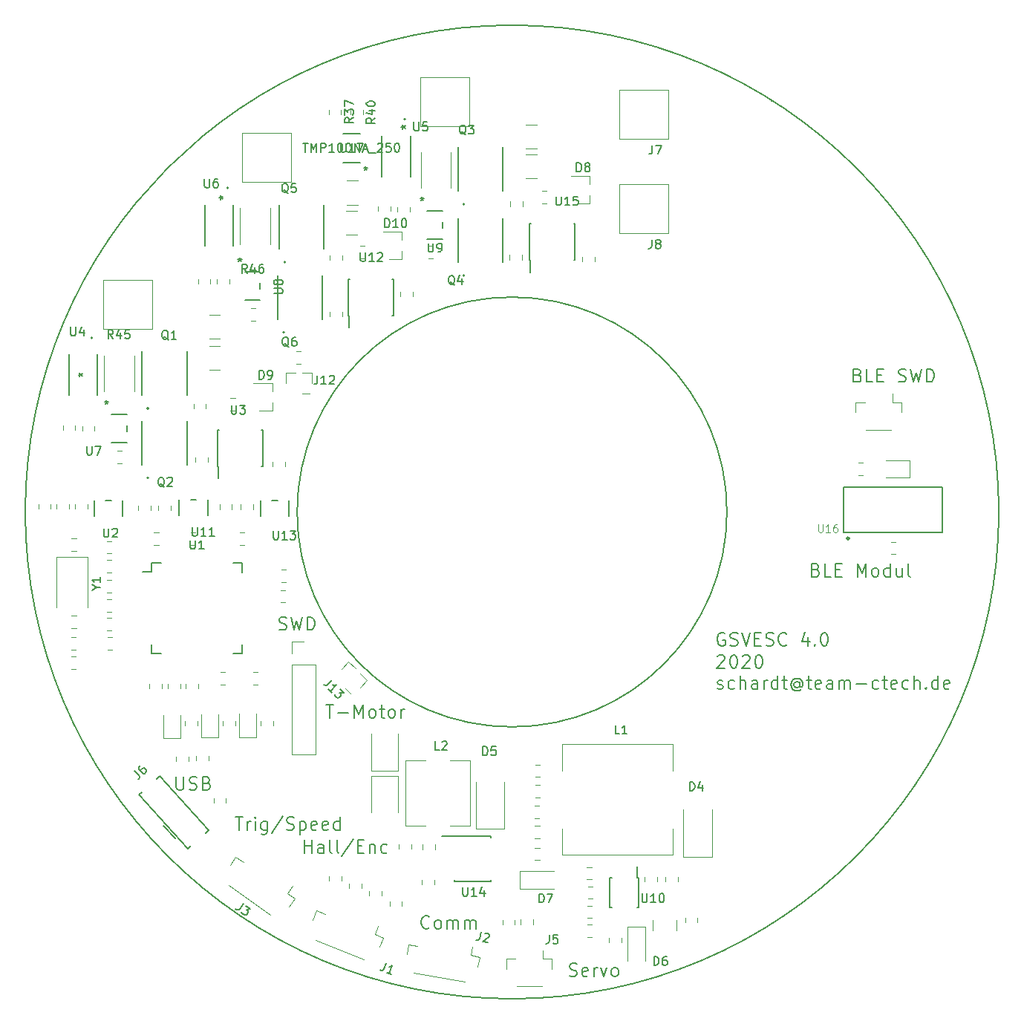
<source format=gbr>
%TF.GenerationSoftware,KiCad,Pcbnew,5.0.2-bee76a0~70~ubuntu18.04.1*%
%TF.CreationDate,2020-05-04T09:46:08+02:00*%
%TF.ProjectId,gsvesc,67737665-7363-42e6-9b69-6361645f7063,rev?*%
%TF.SameCoordinates,PX5f5e038PY5f5e038*%
%TF.FileFunction,Legend,Top*%
%TF.FilePolarity,Positive*%
%FSLAX46Y46*%
G04 Gerber Fmt 4.6, Leading zero omitted, Abs format (unit mm)*
G04 Created by KiCad (PCBNEW 5.0.2-bee76a0~70~ubuntu18.04.1) date Mo 04 Mai 2020 09:46:08 CEST*
%MOMM*%
%LPD*%
G01*
G04 APERTURE LIST*
%ADD10C,0.150000*%
%ADD11C,0.200000*%
%ADD12C,0.120000*%
%ADD13C,0.152400*%
%ADD14C,0.127000*%
%ADD15C,0.300000*%
%ADD16C,0.015000*%
G04 APERTURE END LIST*
D10*
X39428571Y15607143D02*
X39642857Y15535715D01*
X39714285Y15464286D01*
X39785714Y15321429D01*
X39785714Y15107143D01*
X39714285Y14964286D01*
X39642857Y14892858D01*
X39500000Y14821429D01*
X38928571Y14821429D01*
X38928571Y16321429D01*
X39428571Y16321429D01*
X39571428Y16250000D01*
X39642857Y16178572D01*
X39714285Y16035715D01*
X39714285Y15892858D01*
X39642857Y15750000D01*
X39571428Y15678572D01*
X39428571Y15607143D01*
X38928571Y15607143D01*
X41142857Y14821429D02*
X40428571Y14821429D01*
X40428571Y16321429D01*
X41642857Y15607143D02*
X42142857Y15607143D01*
X42357142Y14821429D02*
X41642857Y14821429D01*
X41642857Y16321429D01*
X42357142Y16321429D01*
X44071428Y14892858D02*
X44285714Y14821429D01*
X44642857Y14821429D01*
X44785714Y14892858D01*
X44857142Y14964286D01*
X44928571Y15107143D01*
X44928571Y15250000D01*
X44857142Y15392858D01*
X44785714Y15464286D01*
X44642857Y15535715D01*
X44357142Y15607143D01*
X44214285Y15678572D01*
X44142857Y15750000D01*
X44071428Y15892858D01*
X44071428Y16035715D01*
X44142857Y16178572D01*
X44214285Y16250000D01*
X44357142Y16321429D01*
X44714285Y16321429D01*
X44928571Y16250000D01*
X45428571Y16321429D02*
X45785714Y14821429D01*
X46071428Y15892858D01*
X46357142Y14821429D01*
X46714285Y16321429D01*
X47285714Y14821429D02*
X47285714Y16321429D01*
X47642857Y16321429D01*
X47857142Y16250000D01*
X48000000Y16107143D01*
X48071428Y15964286D01*
X48142857Y15678572D01*
X48142857Y15464286D01*
X48071428Y15178572D01*
X48000000Y15035715D01*
X47857142Y14892858D01*
X47642857Y14821429D01*
X47285714Y14821429D01*
X34664285Y-6592857D02*
X34878571Y-6664285D01*
X34950000Y-6735714D01*
X35021428Y-6878571D01*
X35021428Y-7092857D01*
X34950000Y-7235714D01*
X34878571Y-7307142D01*
X34735714Y-7378571D01*
X34164285Y-7378571D01*
X34164285Y-5878571D01*
X34664285Y-5878571D01*
X34807142Y-5950000D01*
X34878571Y-6021428D01*
X34950000Y-6164285D01*
X34950000Y-6307142D01*
X34878571Y-6450000D01*
X34807142Y-6521428D01*
X34664285Y-6592857D01*
X34164285Y-6592857D01*
X36378571Y-7378571D02*
X35664285Y-7378571D01*
X35664285Y-5878571D01*
X36878571Y-6592857D02*
X37378571Y-6592857D01*
X37592857Y-7378571D02*
X36878571Y-7378571D01*
X36878571Y-5878571D01*
X37592857Y-5878571D01*
X39378571Y-7378571D02*
X39378571Y-5878571D01*
X39878571Y-6950000D01*
X40378571Y-5878571D01*
X40378571Y-7378571D01*
X41307142Y-7378571D02*
X41164285Y-7307142D01*
X41092857Y-7235714D01*
X41021428Y-7092857D01*
X41021428Y-6664285D01*
X41092857Y-6521428D01*
X41164285Y-6450000D01*
X41307142Y-6378571D01*
X41521428Y-6378571D01*
X41664285Y-6450000D01*
X41735714Y-6521428D01*
X41807142Y-6664285D01*
X41807142Y-7092857D01*
X41735714Y-7235714D01*
X41664285Y-7307142D01*
X41521428Y-7378571D01*
X41307142Y-7378571D01*
X43092857Y-7378571D02*
X43092857Y-5878571D01*
X43092857Y-7307142D02*
X42950000Y-7378571D01*
X42664285Y-7378571D01*
X42521428Y-7307142D01*
X42450000Y-7235714D01*
X42378571Y-7092857D01*
X42378571Y-6664285D01*
X42450000Y-6521428D01*
X42521428Y-6450000D01*
X42664285Y-6378571D01*
X42950000Y-6378571D01*
X43092857Y-6450000D01*
X44450000Y-6378571D02*
X44450000Y-7378571D01*
X43807142Y-6378571D02*
X43807142Y-7164285D01*
X43878571Y-7307142D01*
X44021428Y-7378571D01*
X44235714Y-7378571D01*
X44378571Y-7307142D01*
X44450000Y-7235714D01*
X45378571Y-7378571D02*
X45235714Y-7307142D01*
X45164285Y-7164285D01*
X45164285Y-5878571D01*
X-21184286Y-21978571D02*
X-20327143Y-21978571D01*
X-20755715Y-23478571D02*
X-20755715Y-21978571D01*
X-19827143Y-22907142D02*
X-18684286Y-22907142D01*
X-17970000Y-23478571D02*
X-17970000Y-21978571D01*
X-17470000Y-23050000D01*
X-16970000Y-21978571D01*
X-16970000Y-23478571D01*
X-16041429Y-23478571D02*
X-16184286Y-23407142D01*
X-16255715Y-23335714D01*
X-16327143Y-23192857D01*
X-16327143Y-22764285D01*
X-16255715Y-22621428D01*
X-16184286Y-22550000D01*
X-16041429Y-22478571D01*
X-15827143Y-22478571D01*
X-15684286Y-22550000D01*
X-15612858Y-22621428D01*
X-15541429Y-22764285D01*
X-15541429Y-23192857D01*
X-15612858Y-23335714D01*
X-15684286Y-23407142D01*
X-15827143Y-23478571D01*
X-16041429Y-23478571D01*
X-15112858Y-22478571D02*
X-14541429Y-22478571D01*
X-14898572Y-21978571D02*
X-14898572Y-23264285D01*
X-14827143Y-23407142D01*
X-14684286Y-23478571D01*
X-14541429Y-23478571D01*
X-13827143Y-23478571D02*
X-13970000Y-23407142D01*
X-14041429Y-23335714D01*
X-14112858Y-23192857D01*
X-14112858Y-22764285D01*
X-14041429Y-22621428D01*
X-13970000Y-22550000D01*
X-13827143Y-22478571D01*
X-13612858Y-22478571D01*
X-13470000Y-22550000D01*
X-13398572Y-22621428D01*
X-13327143Y-22764285D01*
X-13327143Y-23192857D01*
X-13398572Y-23335714D01*
X-13470000Y-23407142D01*
X-13612858Y-23478571D01*
X-13827143Y-23478571D01*
X-12684286Y-23478571D02*
X-12684286Y-22478571D01*
X-12684286Y-22764285D02*
X-12612858Y-22621428D01*
X-12541429Y-22550000D01*
X-12398572Y-22478571D01*
X-12255715Y-22478571D01*
X23423214Y-16431428D02*
X23494642Y-16360000D01*
X23637500Y-16288571D01*
X23994642Y-16288571D01*
X24137500Y-16360000D01*
X24208928Y-16431428D01*
X24280357Y-16574285D01*
X24280357Y-16717142D01*
X24208928Y-16931428D01*
X23351785Y-17788571D01*
X24280357Y-17788571D01*
X25208928Y-16288571D02*
X25351785Y-16288571D01*
X25494642Y-16360000D01*
X25566071Y-16431428D01*
X25637500Y-16574285D01*
X25708928Y-16860000D01*
X25708928Y-17217142D01*
X25637500Y-17502857D01*
X25566071Y-17645714D01*
X25494642Y-17717142D01*
X25351785Y-17788571D01*
X25208928Y-17788571D01*
X25066071Y-17717142D01*
X24994642Y-17645714D01*
X24923214Y-17502857D01*
X24851785Y-17217142D01*
X24851785Y-16860000D01*
X24923214Y-16574285D01*
X24994642Y-16431428D01*
X25066071Y-16360000D01*
X25208928Y-16288571D01*
X26280357Y-16431428D02*
X26351785Y-16360000D01*
X26494642Y-16288571D01*
X26851785Y-16288571D01*
X26994642Y-16360000D01*
X27066071Y-16431428D01*
X27137500Y-16574285D01*
X27137500Y-16717142D01*
X27066071Y-16931428D01*
X26208928Y-17788571D01*
X27137500Y-17788571D01*
X28066071Y-16288571D02*
X28208928Y-16288571D01*
X28351785Y-16360000D01*
X28423214Y-16431428D01*
X28494642Y-16574285D01*
X28566071Y-16860000D01*
X28566071Y-17217142D01*
X28494642Y-17502857D01*
X28423214Y-17645714D01*
X28351785Y-17717142D01*
X28208928Y-17788571D01*
X28066071Y-17788571D01*
X27923214Y-17717142D01*
X27851785Y-17645714D01*
X27780357Y-17502857D01*
X27708928Y-17217142D01*
X27708928Y-16860000D01*
X27780357Y-16574285D01*
X27851785Y-16431428D01*
X27923214Y-16360000D01*
X28066071Y-16288571D01*
X23423214Y-20117142D02*
X23566071Y-20188571D01*
X23851785Y-20188571D01*
X23994642Y-20117142D01*
X24066071Y-19974285D01*
X24066071Y-19902857D01*
X23994642Y-19760000D01*
X23851785Y-19688571D01*
X23637500Y-19688571D01*
X23494642Y-19617142D01*
X23423214Y-19474285D01*
X23423214Y-19402857D01*
X23494642Y-19260000D01*
X23637500Y-19188571D01*
X23851785Y-19188571D01*
X23994642Y-19260000D01*
X25351785Y-20117142D02*
X25208928Y-20188571D01*
X24923214Y-20188571D01*
X24780357Y-20117142D01*
X24708928Y-20045714D01*
X24637500Y-19902857D01*
X24637500Y-19474285D01*
X24708928Y-19331428D01*
X24780357Y-19260000D01*
X24923214Y-19188571D01*
X25208928Y-19188571D01*
X25351785Y-19260000D01*
X25994642Y-20188571D02*
X25994642Y-18688571D01*
X26637500Y-20188571D02*
X26637500Y-19402857D01*
X26566071Y-19260000D01*
X26423214Y-19188571D01*
X26208928Y-19188571D01*
X26066071Y-19260000D01*
X25994642Y-19331428D01*
X27994642Y-20188571D02*
X27994642Y-19402857D01*
X27923214Y-19260000D01*
X27780357Y-19188571D01*
X27494642Y-19188571D01*
X27351785Y-19260000D01*
X27994642Y-20117142D02*
X27851785Y-20188571D01*
X27494642Y-20188571D01*
X27351785Y-20117142D01*
X27280357Y-19974285D01*
X27280357Y-19831428D01*
X27351785Y-19688571D01*
X27494642Y-19617142D01*
X27851785Y-19617142D01*
X27994642Y-19545714D01*
X28708928Y-20188571D02*
X28708928Y-19188571D01*
X28708928Y-19474285D02*
X28780357Y-19331428D01*
X28851785Y-19260000D01*
X28994642Y-19188571D01*
X29137500Y-19188571D01*
X30280357Y-20188571D02*
X30280357Y-18688571D01*
X30280357Y-20117142D02*
X30137500Y-20188571D01*
X29851785Y-20188571D01*
X29708928Y-20117142D01*
X29637500Y-20045714D01*
X29566071Y-19902857D01*
X29566071Y-19474285D01*
X29637500Y-19331428D01*
X29708928Y-19260000D01*
X29851785Y-19188571D01*
X30137500Y-19188571D01*
X30280357Y-19260000D01*
X30780357Y-19188571D02*
X31351785Y-19188571D01*
X30994642Y-18688571D02*
X30994642Y-19974285D01*
X31066071Y-20117142D01*
X31208928Y-20188571D01*
X31351785Y-20188571D01*
X32780357Y-19474285D02*
X32708928Y-19402857D01*
X32566071Y-19331428D01*
X32423214Y-19331428D01*
X32280357Y-19402857D01*
X32208928Y-19474285D01*
X32137500Y-19617142D01*
X32137500Y-19760000D01*
X32208928Y-19902857D01*
X32280357Y-19974285D01*
X32423214Y-20045714D01*
X32566071Y-20045714D01*
X32708928Y-19974285D01*
X32780357Y-19902857D01*
X32780357Y-19331428D02*
X32780357Y-19902857D01*
X32851785Y-19974285D01*
X32923214Y-19974285D01*
X33066071Y-19902857D01*
X33137500Y-19760000D01*
X33137500Y-19402857D01*
X32994642Y-19188571D01*
X32780357Y-19045714D01*
X32494642Y-18974285D01*
X32208928Y-19045714D01*
X31994642Y-19188571D01*
X31851785Y-19402857D01*
X31780357Y-19688571D01*
X31851785Y-19974285D01*
X31994642Y-20188571D01*
X32208928Y-20331428D01*
X32494642Y-20402857D01*
X32780357Y-20331428D01*
X32994642Y-20188571D01*
X33566071Y-19188571D02*
X34137500Y-19188571D01*
X33780357Y-18688571D02*
X33780357Y-19974285D01*
X33851785Y-20117142D01*
X33994642Y-20188571D01*
X34137500Y-20188571D01*
X35208928Y-20117142D02*
X35066071Y-20188571D01*
X34780357Y-20188571D01*
X34637500Y-20117142D01*
X34566071Y-19974285D01*
X34566071Y-19402857D01*
X34637500Y-19260000D01*
X34780357Y-19188571D01*
X35066071Y-19188571D01*
X35208928Y-19260000D01*
X35280357Y-19402857D01*
X35280357Y-19545714D01*
X34566071Y-19688571D01*
X36566071Y-20188571D02*
X36566071Y-19402857D01*
X36494642Y-19260000D01*
X36351785Y-19188571D01*
X36066071Y-19188571D01*
X35923214Y-19260000D01*
X36566071Y-20117142D02*
X36423214Y-20188571D01*
X36066071Y-20188571D01*
X35923214Y-20117142D01*
X35851785Y-19974285D01*
X35851785Y-19831428D01*
X35923214Y-19688571D01*
X36066071Y-19617142D01*
X36423214Y-19617142D01*
X36566071Y-19545714D01*
X37280357Y-20188571D02*
X37280357Y-19188571D01*
X37280357Y-19331428D02*
X37351785Y-19260000D01*
X37494642Y-19188571D01*
X37708928Y-19188571D01*
X37851785Y-19260000D01*
X37923214Y-19402857D01*
X37923214Y-20188571D01*
X37923214Y-19402857D02*
X37994642Y-19260000D01*
X38137500Y-19188571D01*
X38351785Y-19188571D01*
X38494642Y-19260000D01*
X38566071Y-19402857D01*
X38566071Y-20188571D01*
X39280357Y-19617142D02*
X40423214Y-19617142D01*
X41780357Y-20117142D02*
X41637500Y-20188571D01*
X41351785Y-20188571D01*
X41208928Y-20117142D01*
X41137500Y-20045714D01*
X41066071Y-19902857D01*
X41066071Y-19474285D01*
X41137500Y-19331428D01*
X41208928Y-19260000D01*
X41351785Y-19188571D01*
X41637500Y-19188571D01*
X41780357Y-19260000D01*
X42208928Y-19188571D02*
X42780357Y-19188571D01*
X42423214Y-18688571D02*
X42423214Y-19974285D01*
X42494642Y-20117142D01*
X42637500Y-20188571D01*
X42780357Y-20188571D01*
X43851785Y-20117142D02*
X43708928Y-20188571D01*
X43423214Y-20188571D01*
X43280357Y-20117142D01*
X43208928Y-19974285D01*
X43208928Y-19402857D01*
X43280357Y-19260000D01*
X43423214Y-19188571D01*
X43708928Y-19188571D01*
X43851785Y-19260000D01*
X43923214Y-19402857D01*
X43923214Y-19545714D01*
X43208928Y-19688571D01*
X45208928Y-20117142D02*
X45066071Y-20188571D01*
X44780357Y-20188571D01*
X44637500Y-20117142D01*
X44566071Y-20045714D01*
X44494642Y-19902857D01*
X44494642Y-19474285D01*
X44566071Y-19331428D01*
X44637500Y-19260000D01*
X44780357Y-19188571D01*
X45066071Y-19188571D01*
X45208928Y-19260000D01*
X45851785Y-20188571D02*
X45851785Y-18688571D01*
X46494642Y-20188571D02*
X46494642Y-19402857D01*
X46423214Y-19260000D01*
X46280357Y-19188571D01*
X46066071Y-19188571D01*
X45923214Y-19260000D01*
X45851785Y-19331428D01*
X47208928Y-20045714D02*
X47280357Y-20117142D01*
X47208928Y-20188571D01*
X47137500Y-20117142D01*
X47208928Y-20045714D01*
X47208928Y-20188571D01*
X48566071Y-20188571D02*
X48566071Y-18688571D01*
X48566071Y-20117142D02*
X48423214Y-20188571D01*
X48137500Y-20188571D01*
X47994642Y-20117142D01*
X47923214Y-20045714D01*
X47851785Y-19902857D01*
X47851785Y-19474285D01*
X47923214Y-19331428D01*
X47994642Y-19260000D01*
X48137500Y-19188571D01*
X48423214Y-19188571D01*
X48566071Y-19260000D01*
X49851785Y-20117142D02*
X49708928Y-20188571D01*
X49423214Y-20188571D01*
X49280357Y-20117142D01*
X49208928Y-19974285D01*
X49208928Y-19402857D01*
X49280357Y-19260000D01*
X49423214Y-19188571D01*
X49708928Y-19188571D01*
X49851785Y-19260000D01*
X49923214Y-19402857D01*
X49923214Y-19545714D01*
X49208928Y-19688571D01*
D11*
X24500200Y-200D02*
G75*
G03X24500200Y-200I-24500000J0D01*
G01*
X55500200Y-200D02*
G75*
G03X55500200Y-200I-55500000J0D01*
G01*
X29464000Y46990000D02*
X29591000Y46863000D01*
D10*
X-38292858Y-30198571D02*
X-38292858Y-31412857D01*
X-38221429Y-31555714D01*
X-38150000Y-31627142D01*
X-38007143Y-31698571D01*
X-37721429Y-31698571D01*
X-37578572Y-31627142D01*
X-37507143Y-31555714D01*
X-37435715Y-31412857D01*
X-37435715Y-30198571D01*
X-36792858Y-31627142D02*
X-36578572Y-31698571D01*
X-36221429Y-31698571D01*
X-36078572Y-31627142D01*
X-36007143Y-31555714D01*
X-35935715Y-31412857D01*
X-35935715Y-31270000D01*
X-36007143Y-31127142D01*
X-36078572Y-31055714D01*
X-36221429Y-30984285D01*
X-36507143Y-30912857D01*
X-36650000Y-30841428D01*
X-36721429Y-30770000D01*
X-36792858Y-30627142D01*
X-36792858Y-30484285D01*
X-36721429Y-30341428D01*
X-36650000Y-30270000D01*
X-36507143Y-30198571D01*
X-36150000Y-30198571D01*
X-35935715Y-30270000D01*
X-34792858Y-30912857D02*
X-34578572Y-30984285D01*
X-34507143Y-31055714D01*
X-34435715Y-31198571D01*
X-34435715Y-31412857D01*
X-34507143Y-31555714D01*
X-34578572Y-31627142D01*
X-34721429Y-31698571D01*
X-35292858Y-31698571D01*
X-35292858Y-30198571D01*
X-34792858Y-30198571D01*
X-34650000Y-30270000D01*
X-34578572Y-30341428D01*
X-34507143Y-30484285D01*
X-34507143Y-30627142D01*
X-34578572Y-30770000D01*
X-34650000Y-30841428D01*
X-34792858Y-30912857D01*
X-35292858Y-30912857D01*
X-26565715Y-13387142D02*
X-26351429Y-13458571D01*
X-25994286Y-13458571D01*
X-25851429Y-13387142D01*
X-25780000Y-13315714D01*
X-25708572Y-13172857D01*
X-25708572Y-13030000D01*
X-25780000Y-12887142D01*
X-25851429Y-12815714D01*
X-25994286Y-12744285D01*
X-26280000Y-12672857D01*
X-26422858Y-12601428D01*
X-26494286Y-12530000D01*
X-26565715Y-12387142D01*
X-26565715Y-12244285D01*
X-26494286Y-12101428D01*
X-26422858Y-12030000D01*
X-26280000Y-11958571D01*
X-25922858Y-11958571D01*
X-25708572Y-12030000D01*
X-25208572Y-11958571D02*
X-24851429Y-13458571D01*
X-24565715Y-12387142D01*
X-24280000Y-13458571D01*
X-23922858Y-11958571D01*
X-23351429Y-13458571D02*
X-23351429Y-11958571D01*
X-22994286Y-11958571D01*
X-22780000Y-12030000D01*
X-22637143Y-12172857D01*
X-22565715Y-12315714D01*
X-22494286Y-12601428D01*
X-22494286Y-12815714D01*
X-22565715Y-13101428D01*
X-22637143Y-13244285D01*
X-22780000Y-13387142D01*
X-22994286Y-13458571D01*
X-23351429Y-13458571D01*
X6544285Y-52887142D02*
X6758571Y-52958571D01*
X7115714Y-52958571D01*
X7258571Y-52887142D01*
X7330000Y-52815714D01*
X7401428Y-52672857D01*
X7401428Y-52530000D01*
X7330000Y-52387142D01*
X7258571Y-52315714D01*
X7115714Y-52244285D01*
X6830000Y-52172857D01*
X6687142Y-52101428D01*
X6615714Y-52030000D01*
X6544285Y-51887142D01*
X6544285Y-51744285D01*
X6615714Y-51601428D01*
X6687142Y-51530000D01*
X6830000Y-51458571D01*
X7187142Y-51458571D01*
X7401428Y-51530000D01*
X8615714Y-52887142D02*
X8472857Y-52958571D01*
X8187142Y-52958571D01*
X8044285Y-52887142D01*
X7972857Y-52744285D01*
X7972857Y-52172857D01*
X8044285Y-52030000D01*
X8187142Y-51958571D01*
X8472857Y-51958571D01*
X8615714Y-52030000D01*
X8687142Y-52172857D01*
X8687142Y-52315714D01*
X7972857Y-52458571D01*
X9330000Y-52958571D02*
X9330000Y-51958571D01*
X9330000Y-52244285D02*
X9401428Y-52101428D01*
X9472857Y-52030000D01*
X9615714Y-51958571D01*
X9758571Y-51958571D01*
X10115714Y-51958571D02*
X10472857Y-52958571D01*
X10830000Y-51958571D01*
X11615714Y-52958571D02*
X11472857Y-52887142D01*
X11401428Y-52815714D01*
X11330000Y-52672857D01*
X11330000Y-52244285D01*
X11401428Y-52101428D01*
X11472857Y-52030000D01*
X11615714Y-51958571D01*
X11830000Y-51958571D01*
X11972857Y-52030000D01*
X12044285Y-52101428D01*
X12115714Y-52244285D01*
X12115714Y-52672857D01*
X12044285Y-52815714D01*
X11972857Y-52887142D01*
X11830000Y-52958571D01*
X11615714Y-52958571D01*
X-9414286Y-47375714D02*
X-9485715Y-47447142D01*
X-9700000Y-47518571D01*
X-9842858Y-47518571D01*
X-10057143Y-47447142D01*
X-10200000Y-47304285D01*
X-10271429Y-47161428D01*
X-10342858Y-46875714D01*
X-10342858Y-46661428D01*
X-10271429Y-46375714D01*
X-10200000Y-46232857D01*
X-10057143Y-46090000D01*
X-9842858Y-46018571D01*
X-9700000Y-46018571D01*
X-9485715Y-46090000D01*
X-9414286Y-46161428D01*
X-8557143Y-47518571D02*
X-8700000Y-47447142D01*
X-8771429Y-47375714D01*
X-8842858Y-47232857D01*
X-8842858Y-46804285D01*
X-8771429Y-46661428D01*
X-8700000Y-46590000D01*
X-8557143Y-46518571D01*
X-8342858Y-46518571D01*
X-8200000Y-46590000D01*
X-8128572Y-46661428D01*
X-8057143Y-46804285D01*
X-8057143Y-47232857D01*
X-8128572Y-47375714D01*
X-8200000Y-47447142D01*
X-8342858Y-47518571D01*
X-8557143Y-47518571D01*
X-7414286Y-47518571D02*
X-7414286Y-46518571D01*
X-7414286Y-46661428D02*
X-7342858Y-46590000D01*
X-7200000Y-46518571D01*
X-6985715Y-46518571D01*
X-6842858Y-46590000D01*
X-6771429Y-46732857D01*
X-6771429Y-47518571D01*
X-6771429Y-46732857D02*
X-6700000Y-46590000D01*
X-6557143Y-46518571D01*
X-6342858Y-46518571D01*
X-6200000Y-46590000D01*
X-6128572Y-46732857D01*
X-6128572Y-47518571D01*
X-5414286Y-47518571D02*
X-5414286Y-46518571D01*
X-5414286Y-46661428D02*
X-5342858Y-46590000D01*
X-5200000Y-46518571D01*
X-4985715Y-46518571D01*
X-4842858Y-46590000D01*
X-4771429Y-46732857D01*
X-4771429Y-47518571D01*
X-4771429Y-46732857D02*
X-4700000Y-46590000D01*
X-4557143Y-46518571D01*
X-4342858Y-46518571D01*
X-4200000Y-46590000D01*
X-4128572Y-46732857D01*
X-4128572Y-47518571D01*
X-23678572Y-38878571D02*
X-23678572Y-37378571D01*
X-23678572Y-38092857D02*
X-22821429Y-38092857D01*
X-22821429Y-38878571D02*
X-22821429Y-37378571D01*
X-21464286Y-38878571D02*
X-21464286Y-38092857D01*
X-21535715Y-37950000D01*
X-21678572Y-37878571D01*
X-21964286Y-37878571D01*
X-22107143Y-37950000D01*
X-21464286Y-38807142D02*
X-21607143Y-38878571D01*
X-21964286Y-38878571D01*
X-22107143Y-38807142D01*
X-22178572Y-38664285D01*
X-22178572Y-38521428D01*
X-22107143Y-38378571D01*
X-21964286Y-38307142D01*
X-21607143Y-38307142D01*
X-21464286Y-38235714D01*
X-20535715Y-38878571D02*
X-20678572Y-38807142D01*
X-20750000Y-38664285D01*
X-20750000Y-37378571D01*
X-19750000Y-38878571D02*
X-19892858Y-38807142D01*
X-19964286Y-38664285D01*
X-19964286Y-37378571D01*
X-18107143Y-37307142D02*
X-19392858Y-39235714D01*
X-17607143Y-38092857D02*
X-17107143Y-38092857D01*
X-16892858Y-38878571D02*
X-17607143Y-38878571D01*
X-17607143Y-37378571D01*
X-16892858Y-37378571D01*
X-16250000Y-37878571D02*
X-16250000Y-38878571D01*
X-16250000Y-38021428D02*
X-16178572Y-37950000D01*
X-16035715Y-37878571D01*
X-15821429Y-37878571D01*
X-15678572Y-37950000D01*
X-15607143Y-38092857D01*
X-15607143Y-38878571D01*
X-14250000Y-38807142D02*
X-14392858Y-38878571D01*
X-14678572Y-38878571D01*
X-14821429Y-38807142D01*
X-14892858Y-38735714D01*
X-14964286Y-38592857D01*
X-14964286Y-38164285D01*
X-14892858Y-38021428D01*
X-14821429Y-37950000D01*
X-14678572Y-37878571D01*
X-14392858Y-37878571D01*
X-14250000Y-37950000D01*
X-31571429Y-34778571D02*
X-30714286Y-34778571D01*
X-31142858Y-36278571D02*
X-31142858Y-34778571D01*
X-30214286Y-36278571D02*
X-30214286Y-35278571D01*
X-30214286Y-35564285D02*
X-30142858Y-35421428D01*
X-30071429Y-35350000D01*
X-29928572Y-35278571D01*
X-29785715Y-35278571D01*
X-29285715Y-36278571D02*
X-29285715Y-35278571D01*
X-29285715Y-34778571D02*
X-29357143Y-34850000D01*
X-29285715Y-34921428D01*
X-29214286Y-34850000D01*
X-29285715Y-34778571D01*
X-29285715Y-34921428D01*
X-27928572Y-35278571D02*
X-27928572Y-36492857D01*
X-28000000Y-36635714D01*
X-28071429Y-36707142D01*
X-28214286Y-36778571D01*
X-28428572Y-36778571D01*
X-28571429Y-36707142D01*
X-27928572Y-36207142D02*
X-28071429Y-36278571D01*
X-28357143Y-36278571D01*
X-28500000Y-36207142D01*
X-28571429Y-36135714D01*
X-28642858Y-35992857D01*
X-28642858Y-35564285D01*
X-28571429Y-35421428D01*
X-28500000Y-35350000D01*
X-28357143Y-35278571D01*
X-28071429Y-35278571D01*
X-27928572Y-35350000D01*
X-26142858Y-34707142D02*
X-27428572Y-36635714D01*
X-25714286Y-36207142D02*
X-25500000Y-36278571D01*
X-25142858Y-36278571D01*
X-25000000Y-36207142D01*
X-24928572Y-36135714D01*
X-24857143Y-35992857D01*
X-24857143Y-35850000D01*
X-24928572Y-35707142D01*
X-25000000Y-35635714D01*
X-25142858Y-35564285D01*
X-25428572Y-35492857D01*
X-25571429Y-35421428D01*
X-25642858Y-35350000D01*
X-25714286Y-35207142D01*
X-25714286Y-35064285D01*
X-25642858Y-34921428D01*
X-25571429Y-34850000D01*
X-25428572Y-34778571D01*
X-25071429Y-34778571D01*
X-24857143Y-34850000D01*
X-24214286Y-35278571D02*
X-24214286Y-36778571D01*
X-24214286Y-35350000D02*
X-24071429Y-35278571D01*
X-23785715Y-35278571D01*
X-23642858Y-35350000D01*
X-23571429Y-35421428D01*
X-23500000Y-35564285D01*
X-23500000Y-35992857D01*
X-23571429Y-36135714D01*
X-23642858Y-36207142D01*
X-23785715Y-36278571D01*
X-24071429Y-36278571D01*
X-24214286Y-36207142D01*
X-22285715Y-36207142D02*
X-22428572Y-36278571D01*
X-22714286Y-36278571D01*
X-22857143Y-36207142D01*
X-22928572Y-36064285D01*
X-22928572Y-35492857D01*
X-22857143Y-35350000D01*
X-22714286Y-35278571D01*
X-22428572Y-35278571D01*
X-22285715Y-35350000D01*
X-22214286Y-35492857D01*
X-22214286Y-35635714D01*
X-22928572Y-35778571D01*
X-21000000Y-36207142D02*
X-21142858Y-36278571D01*
X-21428572Y-36278571D01*
X-21571429Y-36207142D01*
X-21642858Y-36064285D01*
X-21642858Y-35492857D01*
X-21571429Y-35350000D01*
X-21428572Y-35278571D01*
X-21142858Y-35278571D01*
X-21000000Y-35350000D01*
X-20928572Y-35492857D01*
X-20928572Y-35635714D01*
X-21642858Y-35778571D01*
X-19642858Y-36278571D02*
X-19642858Y-34778571D01*
X-19642858Y-36207142D02*
X-19785715Y-36278571D01*
X-20071429Y-36278571D01*
X-20214286Y-36207142D01*
X-20285715Y-36135714D01*
X-20357143Y-35992857D01*
X-20357143Y-35564285D01*
X-20285715Y-35421428D01*
X-20214286Y-35350000D01*
X-20071429Y-35278571D01*
X-19785715Y-35278571D01*
X-19642858Y-35350000D01*
X24245714Y-13820000D02*
X24102857Y-13748571D01*
X23888571Y-13748571D01*
X23674285Y-13820000D01*
X23531428Y-13962857D01*
X23460000Y-14105714D01*
X23388571Y-14391428D01*
X23388571Y-14605714D01*
X23460000Y-14891428D01*
X23531428Y-15034285D01*
X23674285Y-15177142D01*
X23888571Y-15248571D01*
X24031428Y-15248571D01*
X24245714Y-15177142D01*
X24317142Y-15105714D01*
X24317142Y-14605714D01*
X24031428Y-14605714D01*
X24888571Y-15177142D02*
X25102857Y-15248571D01*
X25460000Y-15248571D01*
X25602857Y-15177142D01*
X25674285Y-15105714D01*
X25745714Y-14962857D01*
X25745714Y-14820000D01*
X25674285Y-14677142D01*
X25602857Y-14605714D01*
X25460000Y-14534285D01*
X25174285Y-14462857D01*
X25031428Y-14391428D01*
X24960000Y-14320000D01*
X24888571Y-14177142D01*
X24888571Y-14034285D01*
X24960000Y-13891428D01*
X25031428Y-13820000D01*
X25174285Y-13748571D01*
X25531428Y-13748571D01*
X25745714Y-13820000D01*
X26174285Y-13748571D02*
X26674285Y-15248571D01*
X27174285Y-13748571D01*
X27674285Y-14462857D02*
X28174285Y-14462857D01*
X28388571Y-15248571D02*
X27674285Y-15248571D01*
X27674285Y-13748571D01*
X28388571Y-13748571D01*
X28960000Y-15177142D02*
X29174285Y-15248571D01*
X29531428Y-15248571D01*
X29674285Y-15177142D01*
X29745714Y-15105714D01*
X29817142Y-14962857D01*
X29817142Y-14820000D01*
X29745714Y-14677142D01*
X29674285Y-14605714D01*
X29531428Y-14534285D01*
X29245714Y-14462857D01*
X29102857Y-14391428D01*
X29031428Y-14320000D01*
X28960000Y-14177142D01*
X28960000Y-14034285D01*
X29031428Y-13891428D01*
X29102857Y-13820000D01*
X29245714Y-13748571D01*
X29602857Y-13748571D01*
X29817142Y-13820000D01*
X31317142Y-15105714D02*
X31245714Y-15177142D01*
X31031428Y-15248571D01*
X30888571Y-15248571D01*
X30674285Y-15177142D01*
X30531428Y-15034285D01*
X30460000Y-14891428D01*
X30388571Y-14605714D01*
X30388571Y-14391428D01*
X30460000Y-14105714D01*
X30531428Y-13962857D01*
X30674285Y-13820000D01*
X30888571Y-13748571D01*
X31031428Y-13748571D01*
X31245714Y-13820000D01*
X31317142Y-13891428D01*
X33745714Y-14248571D02*
X33745714Y-15248571D01*
X33388571Y-13677142D02*
X33031428Y-14748571D01*
X33960000Y-14748571D01*
X34531428Y-15105714D02*
X34602857Y-15177142D01*
X34531428Y-15248571D01*
X34460000Y-15177142D01*
X34531428Y-15105714D01*
X34531428Y-15248571D01*
X35531428Y-13748571D02*
X35674285Y-13748571D01*
X35817142Y-13820000D01*
X35888571Y-13891428D01*
X35960000Y-14034285D01*
X36031428Y-14320000D01*
X36031428Y-14677142D01*
X35960000Y-14962857D01*
X35888571Y-15105714D01*
X35817142Y-15177142D01*
X35674285Y-15248571D01*
X35531428Y-15248571D01*
X35388571Y-15177142D01*
X35317142Y-15105714D01*
X35245714Y-14962857D01*
X35174285Y-14677142D01*
X35174285Y-14320000D01*
X35245714Y-14034285D01*
X35317142Y-13891428D01*
X35388571Y-13820000D01*
X35531428Y-13748571D01*
D12*
X-18410000Y45821078D02*
X-18410000Y45303922D01*
X-16990000Y45821078D02*
X-16990000Y45303922D01*
X-19490000Y45858578D02*
X-19490000Y45341422D01*
X-20910000Y45858578D02*
X-20910000Y45341422D01*
D13*
X-19303300Y39849000D02*
X-17296700Y39849000D01*
X-17296700Y43151000D02*
X-19303300Y43151000D01*
X-14825599Y42899099D02*
X-14825599Y38250899D01*
X-11574399Y38250899D02*
X-11574399Y42899099D01*
X-12148799Y44803299D02*
G75*
G03X-12148799Y44803299I-76200J0D01*
G01*
X-32348800Y36928300D02*
G75*
G03X-32348800Y36928300I-76200J0D01*
G01*
X-31774400Y30375900D02*
X-31774400Y35024100D01*
X-35025600Y35024100D02*
X-35025600Y30375900D01*
X-50525600Y17974099D02*
X-50525600Y13325899D01*
X-47274400Y13325899D02*
X-47274400Y17974099D01*
X-47848800Y19878299D02*
G75*
G03X-47848800Y19878299I-76200J0D01*
G01*
D12*
X-45008578Y5540000D02*
X-44491422Y5540000D01*
X-45008578Y6960000D02*
X-44491422Y6960000D01*
X-29758578Y23210000D02*
X-29241422Y23210000D01*
X-29758578Y21790000D02*
X-29241422Y21790000D01*
X-9521078Y28890000D02*
X-9003922Y28890000D01*
X-9521078Y30310000D02*
X-9003922Y30310000D01*
X-51210000Y9871078D02*
X-51210000Y9353922D01*
X-49790000Y9871078D02*
X-49790000Y9353922D01*
X-15260000Y34833578D02*
X-15260000Y34316422D01*
X-13840000Y34833578D02*
X-13840000Y34316422D01*
X-18902064Y31640000D02*
X-17697936Y31640000D01*
X-18902064Y34360000D02*
X-17697936Y34360000D01*
X1597936Y41440000D02*
X2802064Y41440000D01*
X1597936Y44160000D02*
X2802064Y44160000D01*
X-34502064Y19740000D02*
X-33297936Y19740000D01*
X-34502064Y22460000D02*
X-33297936Y22460000D01*
X1597936Y38040000D02*
X2802064Y38040000D01*
X1597936Y40760000D02*
X2802064Y40760000D01*
X-18802064Y35040000D02*
X-17597936Y35040000D01*
X-18802064Y37760000D02*
X-17597936Y37760000D01*
X-23100000Y13475000D02*
X-23900000Y13475000D01*
X-25800000Y15875000D02*
X-24700000Y15875000D01*
X-25800000Y14725000D02*
X-25800000Y15875000D01*
X-22800000Y15875000D02*
X-23900000Y15875000D01*
X-22800000Y14725000D02*
X-22800000Y15875000D01*
X8860000Y35170000D02*
X8860000Y36100000D01*
X8860000Y38330000D02*
X8860000Y37400000D01*
X8860000Y38330000D02*
X6700000Y38330000D01*
X8860000Y35170000D02*
X7400000Y35170000D01*
D11*
X-41429730Y3881174D02*
G75*
G03X-41429730Y3881174I-100000J0D01*
G01*
D14*
X-42179730Y5381174D02*
X-42179730Y10381174D01*
X-37079730Y5381174D02*
X-37079730Y10381174D01*
D12*
X-34502064Y16240000D02*
X-33297936Y16240000D01*
X-34502064Y18960000D02*
X-33297936Y18960000D01*
X-13085000Y34771078D02*
X-13085000Y34253922D01*
X-11665000Y34771078D02*
X-11665000Y34253922D01*
X-24596078Y16890000D02*
X-24078922Y16890000D01*
X-24596078Y18310000D02*
X-24078922Y18310000D01*
X-210000Y35396078D02*
X-210000Y34878922D01*
X1210000Y35396078D02*
X1210000Y34878922D01*
X1110000Y28778922D02*
X1110000Y29296078D01*
X-310000Y28778922D02*
X-310000Y29296078D01*
X-36310000Y12296078D02*
X-36310000Y11778922D01*
X-34890000Y12296078D02*
X-34890000Y11778922D01*
X-49010000Y9796078D02*
X-49010000Y9278922D01*
X-47590000Y9796078D02*
X-47590000Y9278922D01*
X-32240000Y26558578D02*
X-32240000Y26041422D01*
X-33660000Y26558578D02*
X-33660000Y26041422D01*
X-34690000Y5678922D02*
X-34690000Y6196078D01*
X-36110000Y5678922D02*
X-36110000Y6196078D01*
X-10410000Y41052064D02*
X-10410000Y36947936D01*
X-6990000Y41052064D02*
X-6990000Y36947936D01*
D13*
X-45670100Y7874401D02*
X-43917500Y7874401D01*
X-43917500Y9166740D02*
X-43917500Y9833262D01*
X-43917500Y11125601D02*
X-45670100Y11125601D01*
X-28723700Y27425600D02*
X-30476300Y27425600D01*
X-28723700Y25466739D02*
X-28723700Y26133261D01*
X-30476300Y24174400D02*
X-28723700Y24174400D01*
X-9676300Y31074400D02*
X-7923700Y31074400D01*
X-7923700Y32366739D02*
X-7923700Y33033261D01*
X-7923700Y34325600D02*
X-9676300Y34325600D01*
D12*
X-4906000Y49594000D02*
X-4906000Y44006000D01*
X-10494000Y49594000D02*
X-4906000Y49594000D01*
X-10494000Y44006000D02*
X-10494000Y49594000D01*
X-4906000Y44006000D02*
X-10494000Y44006000D01*
X-30794000Y43194000D02*
X-25206000Y43194000D01*
X-25206000Y43194000D02*
X-25206000Y37606000D01*
X-25206000Y37606000D02*
X-30794000Y37606000D01*
X-30794000Y37606000D02*
X-30794000Y43194000D01*
X17844000Y48119000D02*
X17844000Y42531000D01*
X12256000Y48119000D02*
X17844000Y48119000D01*
X12256000Y42531000D02*
X12256000Y48119000D01*
X17844000Y42531000D02*
X12256000Y42531000D01*
X17794000Y37344000D02*
X17794000Y31756000D01*
X12206000Y37344000D02*
X17794000Y37344000D01*
X12206000Y31756000D02*
X12206000Y37344000D01*
X17794000Y31756000D02*
X12206000Y31756000D01*
X-34390000Y26546078D02*
X-34390000Y26028922D01*
X-35810000Y26546078D02*
X-35810000Y26028922D01*
X-19390000Y22278922D02*
X-19390000Y22796078D01*
X-20810000Y22278922D02*
X-20810000Y22796078D01*
X-20810000Y29221078D02*
X-20810000Y28703922D01*
X-19390000Y29221078D02*
X-19390000Y28703922D01*
X-46510000Y17852064D02*
X-46510000Y13747936D01*
X-43090000Y17852064D02*
X-43090000Y13747936D01*
X-27590000Y34652064D02*
X-27590000Y30547936D01*
X-31010000Y34652064D02*
X-31010000Y30547936D01*
X-46594000Y26494000D02*
X-41006000Y26494000D01*
X-46594000Y20906000D02*
X-46594000Y26494000D01*
X-41006000Y20906000D02*
X-46594000Y20906000D01*
X-41006000Y26494000D02*
X-41006000Y20906000D01*
X-11290000Y24603922D02*
X-11290000Y25121078D01*
X-12710000Y24603922D02*
X-12710000Y25121078D01*
X-17296078Y28890000D02*
X-16778922Y28890000D01*
X-17296078Y30310000D02*
X-16778922Y30310000D01*
X7990000Y29096078D02*
X7990000Y28578922D01*
X9410000Y29096078D02*
X9410000Y28578922D01*
D10*
X2075000Y28725000D02*
X2075000Y27325000D01*
X7175000Y28725000D02*
X7175000Y32875000D01*
X2025000Y28725000D02*
X2025000Y32875000D01*
X7175000Y28725000D02*
X7030000Y28725000D01*
X7175000Y32875000D02*
X7030000Y32875000D01*
X2025000Y32875000D02*
X2170000Y32875000D01*
X2025000Y28725000D02*
X2075000Y28725000D01*
X-18625000Y22425000D02*
X-18625000Y21025000D01*
X-13525000Y22425000D02*
X-13525000Y26575000D01*
X-18675000Y22425000D02*
X-18675000Y26575000D01*
X-13525000Y22425000D02*
X-13670000Y22425000D01*
X-13525000Y26575000D02*
X-13670000Y26575000D01*
X-18675000Y26575000D02*
X-18530000Y26575000D01*
X-18675000Y22425000D02*
X-18625000Y22425000D01*
D12*
X-25890000Y5203922D02*
X-25890000Y5721078D01*
X-27310000Y5203922D02*
X-27310000Y5721078D01*
D10*
X-33525000Y5225000D02*
X-33525000Y3825000D01*
X-28425000Y5225000D02*
X-28425000Y9375000D01*
X-33575000Y5225000D02*
X-33575000Y9375000D01*
X-28425000Y5225000D02*
X-28570000Y5225000D01*
X-28425000Y9375000D02*
X-28570000Y9375000D01*
X-33575000Y9375000D02*
X-33430000Y9375000D01*
X-33575000Y5225000D02*
X-33525000Y5225000D01*
D12*
X3441422Y35190000D02*
X3958578Y35190000D01*
X3441422Y36610000D02*
X3958578Y36610000D01*
X-32096078Y11590000D02*
X-31578922Y11590000D01*
X-32096078Y13010000D02*
X-31578922Y13010000D01*
X-12540000Y28820000D02*
X-12540000Y29750000D01*
X-12540000Y31980000D02*
X-12540000Y31050000D01*
X-12540000Y31980000D02*
X-14700000Y31980000D01*
X-12540000Y28820000D02*
X-14000000Y28820000D01*
X-27340000Y11520000D02*
X-28800000Y11520000D01*
X-27340000Y14680000D02*
X-29500000Y14680000D01*
X-27340000Y14680000D02*
X-27340000Y13750000D01*
X-27340000Y11520000D02*
X-27340000Y12450000D01*
D11*
X-5415600Y26978600D02*
G75*
G03X-5415600Y26978600I-100000J0D01*
G01*
D14*
X-6165600Y28478600D02*
X-6165600Y33478600D01*
X-1065600Y28478600D02*
X-1065600Y33478600D01*
D11*
X-41429730Y11797174D02*
G75*
G03X-41429730Y11797174I-100000J0D01*
G01*
D14*
X-42179730Y13297174D02*
X-42179730Y18297174D01*
X-37079730Y13297174D02*
X-37079730Y18297174D01*
D11*
X-5415600Y35097800D02*
G75*
G03X-5415600Y35097800I-100000J0D01*
G01*
D14*
X-6165600Y36597800D02*
X-6165600Y41597800D01*
X-1065600Y36597800D02*
X-1065600Y41597800D01*
X-21475000Y29998800D02*
X-21475000Y34998800D01*
X-26575000Y29998800D02*
X-26575000Y34998800D01*
D11*
X-25825000Y28498800D02*
G75*
G03X-25825000Y28498800I-100000J0D01*
G01*
D14*
X-21602000Y21997800D02*
X-21602000Y26997800D01*
X-26702000Y21997800D02*
X-26702000Y26997800D01*
D11*
X-25952000Y20497800D02*
G75*
G03X-25952000Y20497800I-100000J0D01*
G01*
D12*
X-25080000Y-14795000D02*
X-23750000Y-14795000D01*
X-25080000Y-16125000D02*
X-25080000Y-14795000D01*
X-25080000Y-17395000D02*
X-22420000Y-17395000D01*
X-22420000Y-17395000D02*
X-22420000Y-27615000D01*
X-25080000Y-17395000D02*
X-25080000Y-27615000D01*
X-25080000Y-27615000D02*
X-22420000Y-27615000D01*
D15*
X38400000Y-3000000D02*
G75*
G03X38400000Y-3000000I-100000J0D01*
G01*
D14*
X37800000Y-2300000D02*
X37800000Y2800000D01*
X49100000Y-2300000D02*
X37800000Y-2300000D01*
X49100000Y2800000D02*
X49100000Y-2300000D01*
X37800000Y2800000D02*
X49100000Y2800000D01*
D12*
X43203922Y-3390000D02*
X43721078Y-3390000D01*
X43203922Y-4810000D02*
X43721078Y-4810000D01*
X44410000Y11360000D02*
X44410000Y12510000D01*
X44410000Y12510000D02*
X43360000Y12510000D01*
X43360000Y12510000D02*
X43360000Y13500000D01*
X39190000Y11360000D02*
X39190000Y12510000D01*
X39190000Y12510000D02*
X40240000Y12510000D01*
X43240000Y9390000D02*
X40360000Y9390000D01*
X42637500Y3940000D02*
X45322500Y3940000D01*
X45322500Y3940000D02*
X45322500Y5860000D01*
X45322500Y5860000D02*
X42637500Y5860000D01*
X39503922Y5610000D02*
X40021078Y5610000D01*
X39503922Y4190000D02*
X40021078Y4190000D01*
X-48374400Y-10850000D02*
X-48374400Y-5100000D01*
X-48374400Y-5100000D02*
X-51974400Y-5100000D01*
X-51974400Y-5100000D02*
X-51974400Y-10850000D01*
X-18431472Y-20668528D02*
X-18997157Y-20102843D01*
X-18643604Y-17062284D02*
X-17865786Y-17840101D01*
X-19456777Y-17875456D02*
X-18643604Y-17062284D01*
X-16522284Y-19183604D02*
X-17300101Y-18405786D01*
X-17335456Y-19996777D02*
X-16522284Y-19183604D01*
D10*
X-41103200Y-6806400D02*
X-42128200Y-6806400D01*
X-30753200Y-5806400D02*
X-31828200Y-5806400D01*
X-30753200Y-16156400D02*
X-31828200Y-16156400D01*
X-41103200Y-16156400D02*
X-40028200Y-16156400D01*
X-41103200Y-5806400D02*
X-40028200Y-5806400D01*
X-41103200Y-16156400D02*
X-41103200Y-15081400D01*
X-30753200Y-16156400D02*
X-30753200Y-15081400D01*
X-30753200Y-5806400D02*
X-30753200Y-6881400D01*
X-41103200Y-5806400D02*
X-41103200Y-6806400D01*
D12*
X-50221078Y-15710000D02*
X-49703922Y-15710000D01*
X-50221078Y-14290000D02*
X-49703922Y-14290000D01*
X-32687422Y-18275000D02*
X-33204578Y-18275000D01*
X-32687422Y-19695000D02*
X-33204578Y-19695000D01*
X-12990000Y-29497500D02*
X-12990000Y-25287500D01*
X-16010000Y-29497500D02*
X-12990000Y-29497500D01*
X-16010000Y-25287500D02*
X-16010000Y-29497500D01*
X-4775000Y-35750000D02*
X-7075000Y-35750000D01*
X-4775000Y-28350000D02*
X-4775000Y-35750000D01*
X-7075000Y-28350000D02*
X-4775000Y-28350000D01*
X-12175000Y-28350000D02*
X-9875000Y-28350000D01*
X-12175000Y-35750000D02*
X-12175000Y-28350000D01*
X-9875000Y-35750000D02*
X-12175000Y-35750000D01*
X-27249000Y-24314577D02*
X-27249000Y-23797421D01*
X-28669000Y-24314577D02*
X-28669000Y-23797421D01*
X-4150000Y-36150000D02*
X-4150000Y-30750000D01*
X-850000Y-36150000D02*
X-850000Y-30750000D01*
X-4150000Y-36150000D02*
X-850000Y-36150000D01*
X2641422Y-32560000D02*
X3158578Y-32560000D01*
X2641422Y-31140000D02*
X3158578Y-31140000D01*
X-12920000Y-37878922D02*
X-12920000Y-38396078D01*
X-11500000Y-37878922D02*
X-11500000Y-38396078D01*
X-10310000Y-41938922D02*
X-10310000Y-42456078D01*
X-8890000Y-41938922D02*
X-8890000Y-42456078D01*
X1000000Y-46481422D02*
X1000000Y-46998578D01*
X2420000Y-46481422D02*
X2420000Y-46998578D01*
X-20862005Y-41528922D02*
X-20862005Y-42046078D01*
X-19442005Y-41528922D02*
X-19442005Y-42046078D01*
X-1100000Y-46503921D02*
X-1100000Y-47021077D01*
X320000Y-46503921D02*
X320000Y-47021077D01*
X-18560000Y-42378922D02*
X-18560000Y-42896078D01*
X-17140000Y-42378922D02*
X-17140000Y-42896078D01*
X-16285000Y-43203922D02*
X-16285000Y-43721078D01*
X-14865000Y-43203922D02*
X-14865000Y-43721078D01*
X-13960000Y-44403922D02*
X-13960000Y-44921078D01*
X-12540000Y-44403922D02*
X-12540000Y-44921078D01*
X2641422Y-30210000D02*
X3158578Y-30210000D01*
X2641422Y-28790000D02*
X3158578Y-28790000D01*
X9138579Y-47040000D02*
X8621423Y-47040000D01*
X9138579Y-48460000D02*
X8621423Y-48460000D01*
X8641422Y-44110000D02*
X9158578Y-44110000D01*
X8641422Y-42690000D02*
X9158578Y-42690000D01*
X-10210000Y-37928922D02*
X-10210000Y-38446078D01*
X-8790000Y-37928922D02*
X-8790000Y-38446078D01*
D10*
X-6600000Y-36995000D02*
X-8000000Y-36995000D01*
X-6600000Y-42095000D02*
X-2450000Y-42095000D01*
X-6600000Y-36945000D02*
X-2450000Y-36945000D01*
X-6600000Y-42095000D02*
X-6600000Y-41950000D01*
X-2450000Y-42095000D02*
X-2450000Y-41950000D01*
X-2450000Y-36945000D02*
X-2450000Y-37090000D01*
X-6600000Y-36945000D02*
X-6600000Y-36995000D01*
D12*
X2591422Y-34910000D02*
X3108578Y-34910000D01*
X2591422Y-33490000D02*
X3108578Y-33490000D01*
X-16010000Y-30077500D02*
X-16010000Y-34287500D01*
X-12990000Y-30077500D02*
X-16010000Y-30077500D01*
X-12990000Y-34287500D02*
X-12990000Y-30077500D01*
X2616422Y-37210000D02*
X3133578Y-37210000D01*
X2616422Y-35790000D02*
X3133578Y-35790000D01*
D10*
X14300000Y-41700000D02*
X14300000Y-40450000D01*
X11125000Y-41700000D02*
X11125000Y-45050000D01*
X14475000Y-41700000D02*
X14475000Y-45050000D01*
X11125000Y-41700000D02*
X11375000Y-41700000D01*
X11125000Y-45050000D02*
X11375000Y-45050000D01*
X14475000Y-45050000D02*
X14225000Y-45050000D01*
X14475000Y-41700000D02*
X14300000Y-41700000D01*
D12*
X8621423Y-46310000D02*
X9138579Y-46310000D01*
X8621423Y-44890000D02*
X9138579Y-44890000D01*
X9058578Y-40490000D02*
X8541422Y-40490000D01*
X9058578Y-41910000D02*
X8541422Y-41910000D01*
X11065000Y-48591422D02*
X11065000Y-49108578D01*
X12485000Y-48591422D02*
X12485000Y-49108578D01*
X16535000Y-42108578D02*
X16535000Y-41591422D01*
X15115000Y-42108578D02*
X15115000Y-41591422D01*
X2616422Y-39710000D02*
X3133578Y-39710000D01*
X2616422Y-38290000D02*
X3133578Y-38290000D01*
X15200000Y-47250000D02*
X15200000Y-51150000D01*
X13200000Y-47250000D02*
X13200000Y-51150000D01*
X15200000Y-47250000D02*
X13200000Y-47250000D01*
X850000Y-40950000D02*
X4750000Y-40950000D01*
X850000Y-42950000D02*
X4750000Y-42950000D01*
X850000Y-40950000D02*
X850000Y-42950000D01*
X-36035000Y-27828922D02*
X-36035000Y-28346078D01*
X-34615000Y-27828922D02*
X-34615000Y-28346078D01*
X3390000Y-54085000D02*
X510000Y-54085000D01*
X-660000Y-50965000D02*
X390000Y-50965000D01*
X-660000Y-52115000D02*
X-660000Y-50965000D01*
X3510000Y-50965000D02*
X3510000Y-49975000D01*
X4560000Y-50965000D02*
X3510000Y-50965000D01*
X4560000Y-52115000D02*
X4560000Y-50965000D01*
X-16927039Y-50989983D02*
X-22378880Y-48787296D01*
X-22294912Y-45456193D02*
X-21321369Y-45849530D01*
X-22725710Y-46522454D02*
X-22294912Y-45456193D01*
X-15647004Y-48142122D02*
X-15276144Y-47224210D01*
X-14673461Y-48535459D02*
X-15647004Y-48142122D01*
X-15104259Y-49601720D02*
X-14673461Y-48535459D01*
X-5403698Y-53589989D02*
X-11194368Y-52568938D01*
X-11804810Y-49293169D02*
X-10770762Y-49475500D01*
X-12004506Y-50425698D02*
X-11804810Y-49293169D01*
X-4743739Y-50538227D02*
X-4571827Y-49563267D01*
X-3709691Y-50720557D02*
X-4743739Y-50538227D01*
X-3909386Y-51853086D02*
X-3709691Y-50720557D01*
X-27519582Y-45932810D02*
X-32336196Y-42560181D01*
X-31505045Y-39333342D02*
X-30644935Y-39935597D01*
X-32164658Y-40275367D02*
X-31505045Y-39333342D01*
X-25631725Y-43445885D02*
X-25063884Y-42634925D01*
X-24771615Y-44048140D02*
X-25631725Y-43445885D01*
X-25431228Y-44990165D02*
X-24771615Y-44048140D01*
X-48390000Y378922D02*
X-48390000Y896078D01*
X-49810000Y378922D02*
X-49810000Y896078D01*
X18885000Y-42133578D02*
X18885000Y-41616422D01*
X17465000Y-42133578D02*
X17465000Y-41616422D01*
X-40302922Y-2338000D02*
X-40820078Y-2338000D01*
X-40302922Y-3758000D02*
X-40820078Y-3758000D01*
X-30495422Y-2318000D02*
X-31012578Y-2318000D01*
X-30495422Y-3738000D02*
X-31012578Y-3738000D01*
X16040000Y-46497936D02*
X16040000Y-47702064D01*
X18760000Y-46497936D02*
X18760000Y-47702064D01*
X19550000Y-39300000D02*
X19550000Y-33900000D01*
X22850000Y-39300000D02*
X22850000Y-33900000D01*
X19550000Y-39300000D02*
X22850000Y-39300000D01*
X18350000Y-26500000D02*
X18350000Y-29500000D01*
X5750000Y-26500000D02*
X18350000Y-26500000D01*
X5750000Y-29500000D02*
X5750000Y-26500000D01*
X5750000Y-39100000D02*
X5750000Y-36100000D01*
X18350000Y-39100000D02*
X5750000Y-39100000D01*
X18350000Y-36100000D02*
X18350000Y-39100000D01*
X-40334000Y726578D02*
X-40334000Y209422D01*
X-38914000Y726578D02*
X-38914000Y209422D01*
X-54010000Y896078D02*
X-54010000Y378922D01*
X-52590000Y896078D02*
X-52590000Y378922D01*
X-51910000Y896078D02*
X-51910000Y378922D01*
X-50490000Y896078D02*
X-50490000Y378922D01*
X21160000Y-46783578D02*
X21160000Y-46266422D01*
X19740000Y-46783578D02*
X19740000Y-46266422D01*
X-42620000Y726578D02*
X-42620000Y209422D01*
X-41200000Y726578D02*
X-41200000Y209422D01*
X-33348000Y845078D02*
X-33348000Y327922D01*
X-31928000Y845078D02*
X-31928000Y327922D01*
X-50221078Y-17910000D02*
X-49703922Y-17910000D01*
X-50221078Y-16490000D02*
X-49703922Y-16490000D01*
X-30936000Y845078D02*
X-30936000Y327922D01*
X-29516000Y845078D02*
X-29516000Y327922D01*
D13*
X-34696400Y-368300D02*
X-34696400Y1384300D01*
X-35988739Y1384300D02*
X-36655261Y1384300D01*
X-37947600Y1384300D02*
X-37947600Y-368300D01*
X-44374400Y-444500D02*
X-44374400Y1308100D01*
X-45666739Y1308100D02*
X-46333261Y1308100D01*
X-47625600Y1308100D02*
X-47625600Y-444500D01*
X-25442400Y-444500D02*
X-25442400Y1308100D01*
X-26734739Y1308100D02*
X-27401261Y1308100D01*
X-28693600Y1308100D02*
X-28693600Y-444500D01*
D12*
X-35885000Y-24378077D02*
X-35885000Y-23860921D01*
X-37305000Y-24378077D02*
X-37305000Y-23860921D01*
X-31567000Y-24314577D02*
X-31567000Y-23797421D01*
X-32987000Y-24314577D02*
X-32987000Y-23797421D01*
X-37794000Y-25804499D02*
X-37794000Y-23119499D01*
X-39714000Y-25804499D02*
X-37794000Y-25804499D01*
X-39714000Y-23119499D02*
X-39714000Y-25804499D01*
X-29158000Y-25702328D02*
X-29158000Y-23017328D01*
X-31078000Y-25702328D02*
X-29158000Y-25702328D01*
X-31078000Y-23017328D02*
X-31078000Y-25702328D01*
X-33476000Y-25740999D02*
X-33476000Y-23055999D01*
X-35396000Y-25740999D02*
X-33476000Y-25740999D01*
X-35396000Y-23055999D02*
X-35396000Y-25740999D01*
X-45658922Y-7773000D02*
X-46176078Y-7773000D01*
X-45658922Y-9193000D02*
X-46176078Y-9193000D01*
X-45658922Y-9932000D02*
X-46176078Y-9932000D01*
X-45658922Y-11352000D02*
X-46176078Y-11352000D01*
X-41339500Y-19630422D02*
X-41339500Y-20147578D01*
X-39919500Y-19630422D02*
X-39919500Y-20147578D01*
X-45658922Y-12091000D02*
X-46176078Y-12091000D01*
X-45658922Y-13511000D02*
X-46176078Y-13511000D01*
X-37212000Y-19615422D02*
X-37212000Y-20132578D01*
X-35792000Y-19615422D02*
X-35792000Y-20132578D01*
X-50212978Y-4410000D02*
X-49695822Y-4410000D01*
X-50212978Y-2990000D02*
X-49695822Y-2990000D01*
X-50212978Y-13233000D02*
X-49695822Y-13233000D01*
X-50212978Y-11813000D02*
X-49695822Y-11813000D01*
X-45667922Y-5479000D02*
X-46185078Y-5479000D01*
X-45667922Y-6899000D02*
X-46185078Y-6899000D01*
X-25831422Y-8910000D02*
X-26348578Y-8910000D01*
X-25831422Y-10330000D02*
X-26348578Y-10330000D01*
X-46185078Y-4740000D02*
X-45667922Y-4740000D01*
X-46185078Y-3320000D02*
X-45667922Y-3320000D01*
X-37824000Y-20147578D02*
X-37824000Y-19630422D01*
X-39244000Y-20147578D02*
X-39244000Y-19630422D01*
X-29019422Y-18275000D02*
X-29536578Y-18275000D01*
X-29019422Y-19695000D02*
X-29536578Y-19695000D01*
X-25801722Y-6591000D02*
X-26318878Y-6591000D01*
X-25801722Y-8011000D02*
X-26318878Y-8011000D01*
X-36141922Y-2338000D02*
X-36659078Y-2338000D01*
X-36141922Y-3758000D02*
X-36659078Y-3758000D01*
X-46112578Y-15670000D02*
X-45595422Y-15670000D01*
X-46112578Y-14250000D02*
X-45595422Y-14250000D01*
D10*
X-38429353Y-37242284D02*
X-39767614Y-35755995D01*
X-40144238Y-30107043D02*
X-40497232Y-30424880D01*
X-34590454Y-36275145D02*
X-40144238Y-30107043D01*
X-34943448Y-36592982D02*
X-34590454Y-36275145D01*
X-42522302Y-32248261D02*
X-42169308Y-31930424D01*
X-36968518Y-38416363D02*
X-42522302Y-32248261D01*
X-36615524Y-38098526D02*
X-36968518Y-38416363D01*
D12*
X-32610000Y-33166078D02*
X-32610000Y-32648922D01*
X-34030000Y-33166078D02*
X-34030000Y-32648922D01*
X-38335000Y-27878922D02*
X-38335000Y-28396078D01*
X-36915000Y-27878922D02*
X-36915000Y-28396078D01*
D10*
X-15597620Y44919643D02*
X-16073810Y44586310D01*
X-15597620Y44348215D02*
X-16597620Y44348215D01*
X-16597620Y44729167D01*
X-16550000Y44824405D01*
X-16502381Y44872024D01*
X-16407143Y44919643D01*
X-16264286Y44919643D01*
X-16169048Y44872024D01*
X-16121429Y44824405D01*
X-16073810Y44729167D01*
X-16073810Y44348215D01*
X-16264286Y45776786D02*
X-15597620Y45776786D01*
X-16645239Y45538691D02*
X-15930953Y45300596D01*
X-15930953Y45919643D01*
X-16597620Y46491072D02*
X-16597620Y46586310D01*
X-16550000Y46681548D01*
X-16502381Y46729167D01*
X-16407143Y46776786D01*
X-16216667Y46824405D01*
X-15978572Y46824405D01*
X-15788096Y46776786D01*
X-15692858Y46729167D01*
X-15645239Y46681548D01*
X-15597620Y46586310D01*
X-15597620Y46491072D01*
X-15645239Y46395834D01*
X-15692858Y46348215D01*
X-15788096Y46300596D01*
X-15978572Y46252977D01*
X-16216667Y46252977D01*
X-16407143Y46300596D01*
X-16502381Y46348215D01*
X-16550000Y46395834D01*
X-16597620Y46491072D01*
X-18097620Y44957143D02*
X-18573810Y44623810D01*
X-18097620Y44385715D02*
X-19097620Y44385715D01*
X-19097620Y44766667D01*
X-19050000Y44861905D01*
X-19002381Y44909524D01*
X-18907143Y44957143D01*
X-18764286Y44957143D01*
X-18669048Y44909524D01*
X-18621429Y44861905D01*
X-18573810Y44766667D01*
X-18573810Y44385715D01*
X-19097620Y45290477D02*
X-19097620Y45909524D01*
X-18716667Y45576191D01*
X-18716667Y45719048D01*
X-18669048Y45814286D01*
X-18621429Y45861905D01*
X-18526191Y45909524D01*
X-18288096Y45909524D01*
X-18192858Y45861905D01*
X-18145239Y45814286D01*
X-18097620Y45719048D01*
X-18097620Y45433334D01*
X-18145239Y45338096D01*
X-18192858Y45290477D01*
X-19097620Y46242858D02*
X-19097620Y46909524D01*
X-18097620Y46480953D01*
X-19538096Y42047620D02*
X-19538096Y41238096D01*
X-19490477Y41142858D01*
X-19442858Y41095239D01*
X-19347620Y41047620D01*
X-19157143Y41047620D01*
X-19061905Y41095239D01*
X-19014286Y41142858D01*
X-18966667Y41238096D01*
X-18966667Y42047620D01*
X-17966667Y41047620D02*
X-18538096Y41047620D01*
X-18252381Y41047620D02*
X-18252381Y42047620D01*
X-18347620Y41904762D01*
X-18442858Y41809524D01*
X-18538096Y41761905D01*
X-17633334Y42047620D02*
X-16966667Y42047620D01*
X-17395239Y41047620D01*
X-23847620Y42047620D02*
X-23276191Y42047620D01*
X-23561905Y41047620D02*
X-23561905Y42047620D01*
X-22942858Y41047620D02*
X-22942858Y42047620D01*
X-22609524Y41333334D01*
X-22276191Y42047620D01*
X-22276191Y41047620D01*
X-21800000Y41047620D02*
X-21800000Y42047620D01*
X-21419048Y42047620D01*
X-21323810Y42000000D01*
X-21276191Y41952381D01*
X-21228572Y41857143D01*
X-21228572Y41714286D01*
X-21276191Y41619048D01*
X-21323810Y41571429D01*
X-21419048Y41523810D01*
X-21800000Y41523810D01*
X-20276191Y41047620D02*
X-20847620Y41047620D01*
X-20561905Y41047620D02*
X-20561905Y42047620D01*
X-20657143Y41904762D01*
X-20752381Y41809524D01*
X-20847620Y41761905D01*
X-19657143Y42047620D02*
X-19561905Y42047620D01*
X-19466667Y42000000D01*
X-19419048Y41952381D01*
X-19371429Y41857143D01*
X-19323810Y41666667D01*
X-19323810Y41428572D01*
X-19371429Y41238096D01*
X-19419048Y41142858D01*
X-19466667Y41095239D01*
X-19561905Y41047620D01*
X-19657143Y41047620D01*
X-19752381Y41095239D01*
X-19800000Y41142858D01*
X-19847620Y41238096D01*
X-19895239Y41428572D01*
X-19895239Y41666667D01*
X-19847620Y41857143D01*
X-19800000Y41952381D01*
X-19752381Y42000000D01*
X-19657143Y42047620D01*
X-18704762Y42047620D02*
X-18609524Y42047620D01*
X-18514286Y42000000D01*
X-18466667Y41952381D01*
X-18419048Y41857143D01*
X-18371429Y41666667D01*
X-18371429Y41428572D01*
X-18419048Y41238096D01*
X-18466667Y41142858D01*
X-18514286Y41095239D01*
X-18609524Y41047620D01*
X-18704762Y41047620D01*
X-18800000Y41095239D01*
X-18847620Y41142858D01*
X-18895239Y41238096D01*
X-18942858Y41428572D01*
X-18942858Y41666667D01*
X-18895239Y41857143D01*
X-18847620Y41952381D01*
X-18800000Y42000000D01*
X-18704762Y42047620D01*
X-17942858Y41047620D02*
X-17942858Y42047620D01*
X-17371429Y41047620D01*
X-17371429Y42047620D01*
X-16942858Y41333334D02*
X-16466667Y41333334D01*
X-17038096Y41047620D02*
X-16704762Y42047620D01*
X-16371429Y41047620D01*
X-16276191Y40952381D02*
X-15514286Y40952381D01*
X-15323810Y41952381D02*
X-15276191Y42000000D01*
X-15180953Y42047620D01*
X-14942858Y42047620D01*
X-14847620Y42000000D01*
X-14800000Y41952381D01*
X-14752381Y41857143D01*
X-14752381Y41761905D01*
X-14800000Y41619048D01*
X-15371429Y41047620D01*
X-14752381Y41047620D01*
X-13847620Y42047620D02*
X-14323810Y42047620D01*
X-14371429Y41571429D01*
X-14323810Y41619048D01*
X-14228572Y41666667D01*
X-13990477Y41666667D01*
X-13895239Y41619048D01*
X-13847620Y41571429D01*
X-13800001Y41476191D01*
X-13800001Y41238096D01*
X-13847620Y41142858D01*
X-13895239Y41095239D01*
X-13990477Y41047620D01*
X-14228572Y41047620D01*
X-14323810Y41095239D01*
X-14371429Y41142858D01*
X-13180953Y42047620D02*
X-13085715Y42047620D01*
X-12990477Y42000000D01*
X-12942858Y41952381D01*
X-12895239Y41857143D01*
X-12847620Y41666667D01*
X-12847620Y41428572D01*
X-12895239Y41238096D01*
X-12942858Y41142858D01*
X-12990477Y41095239D01*
X-13085715Y41047620D01*
X-13180953Y41047620D01*
X-13276191Y41095239D01*
X-13323810Y41142858D01*
X-13371429Y41238096D01*
X-13419048Y41428572D01*
X-13419048Y41666667D01*
X-13371429Y41857143D01*
X-13323810Y41952381D01*
X-13276191Y42000000D01*
X-13180953Y42047620D01*
X-16683550Y39386620D02*
X-16683550Y39148524D01*
X-16921646Y39243762D02*
X-16683550Y39148524D01*
X-16445455Y39243762D01*
X-16826408Y38958048D02*
X-16683550Y39148524D01*
X-16540693Y38958048D01*
X-16683550Y39386620D02*
X-16683550Y39148524D01*
X-16921646Y39243762D02*
X-16683550Y39148524D01*
X-16445455Y39243762D01*
X-16826408Y38958048D02*
X-16683550Y39148524D01*
X-16540693Y38958048D01*
X-11180604Y44462719D02*
X-11180604Y43653195D01*
X-11132985Y43557957D01*
X-11085366Y43510338D01*
X-10990128Y43462719D01*
X-10799652Y43462719D01*
X-10704414Y43510338D01*
X-10656795Y43557957D01*
X-10609176Y43653195D01*
X-10609176Y44462719D01*
X-9656795Y44462719D02*
X-10132985Y44462719D01*
X-10180604Y43986528D01*
X-10132985Y44034147D01*
X-10037747Y44081766D01*
X-9799652Y44081766D01*
X-9704414Y44034147D01*
X-9656795Y43986528D01*
X-9609176Y43891290D01*
X-9609176Y43653195D01*
X-9656795Y43557957D01*
X-9704414Y43510338D01*
X-9799652Y43462719D01*
X-10037747Y43462719D01*
X-10132985Y43510338D01*
X-10180604Y43557957D01*
X-12620620Y43896599D02*
X-12382524Y43896599D01*
X-12477762Y43658504D02*
X-12382524Y43896599D01*
X-12477762Y44134695D01*
X-12192048Y43753742D02*
X-12382524Y43896599D01*
X-12192048Y44039457D01*
X-35063605Y37984720D02*
X-35063605Y37175196D01*
X-35015986Y37079958D01*
X-34968367Y37032339D01*
X-34873129Y36984720D01*
X-34682653Y36984720D01*
X-34587415Y37032339D01*
X-34539796Y37079958D01*
X-34492177Y37175196D01*
X-34492177Y37984720D01*
X-33587415Y37984720D02*
X-33777891Y37984720D01*
X-33873129Y37937100D01*
X-33920748Y37889481D01*
X-34015986Y37746624D01*
X-34063605Y37556148D01*
X-34063605Y37175196D01*
X-34015986Y37079958D01*
X-33968367Y37032339D01*
X-33873129Y36984720D01*
X-33682653Y36984720D01*
X-33587415Y37032339D01*
X-33539796Y37079958D01*
X-33492177Y37175196D01*
X-33492177Y37413291D01*
X-33539796Y37508529D01*
X-33587415Y37556148D01*
X-33682653Y37603767D01*
X-33873129Y37603767D01*
X-33968367Y37556148D01*
X-34015986Y37508529D01*
X-34063605Y37413291D01*
X-33390820Y35833600D02*
X-33152724Y35833600D01*
X-33247962Y35595505D02*
X-33152724Y35833600D01*
X-33247962Y36071696D01*
X-32962248Y35690743D02*
X-33152724Y35833600D01*
X-32962248Y35976458D01*
X-50322305Y21099819D02*
X-50322305Y20290295D01*
X-50274686Y20195057D01*
X-50227067Y20147438D01*
X-50131829Y20099819D01*
X-49941353Y20099819D01*
X-49846115Y20147438D01*
X-49798496Y20195057D01*
X-49750877Y20290295D01*
X-49750877Y21099819D01*
X-48846115Y20766485D02*
X-48846115Y20099819D01*
X-49084210Y21147438D02*
X-49322305Y20433152D01*
X-48703258Y20433152D01*
X-49447620Y15649999D02*
X-49209524Y15649999D01*
X-49304762Y15411904D02*
X-49209524Y15649999D01*
X-49304762Y15888095D01*
X-49019048Y15507142D02*
X-49209524Y15649999D01*
X-49019048Y15792857D01*
X-22197024Y15575120D02*
X-22197024Y14860834D01*
X-22244643Y14717977D01*
X-22339881Y14622739D01*
X-22482739Y14575120D01*
X-22577977Y14575120D01*
X-21197024Y14575120D02*
X-21768453Y14575120D01*
X-21482739Y14575120D02*
X-21482739Y15575120D01*
X-21577977Y15432262D01*
X-21673215Y15337024D01*
X-21768453Y15289405D01*
X-20816072Y15479881D02*
X-20768453Y15527500D01*
X-20673215Y15575120D01*
X-20435120Y15575120D01*
X-20339881Y15527500D01*
X-20292262Y15479881D01*
X-20244643Y15384643D01*
X-20244643Y15289405D01*
X-20292262Y15146548D01*
X-20863691Y14575120D01*
X-20244643Y14575120D01*
X7361904Y38797620D02*
X7361904Y39797620D01*
X7600000Y39797620D01*
X7742857Y39750000D01*
X7838095Y39654762D01*
X7885714Y39559524D01*
X7933333Y39369048D01*
X7933333Y39226191D01*
X7885714Y39035715D01*
X7838095Y38940477D01*
X7742857Y38845239D01*
X7600000Y38797620D01*
X7361904Y38797620D01*
X8504761Y39369048D02*
X8409523Y39416667D01*
X8361904Y39464286D01*
X8314285Y39559524D01*
X8314285Y39607143D01*
X8361904Y39702381D01*
X8409523Y39750000D01*
X8504761Y39797620D01*
X8695238Y39797620D01*
X8790476Y39750000D01*
X8838095Y39702381D01*
X8885714Y39607143D01*
X8885714Y39559524D01*
X8838095Y39464286D01*
X8790476Y39416667D01*
X8695238Y39369048D01*
X8504761Y39369048D01*
X8409523Y39321429D01*
X8361904Y39273810D01*
X8314285Y39178572D01*
X8314285Y38988096D01*
X8361904Y38892858D01*
X8409523Y38845239D01*
X8504761Y38797620D01*
X8695238Y38797620D01*
X8790476Y38845239D01*
X8838095Y38892858D01*
X8885714Y38988096D01*
X8885714Y39178572D01*
X8838095Y39273810D01*
X8790476Y39321429D01*
X8695238Y39369048D01*
X-39637239Y2849381D02*
X-39732477Y2897000D01*
X-39827715Y2992239D01*
X-39970572Y3135096D01*
X-40065810Y3182715D01*
X-40161048Y3182715D01*
X-40113429Y2944620D02*
X-40208667Y2992239D01*
X-40303905Y3087477D01*
X-40351524Y3277953D01*
X-40351524Y3611286D01*
X-40303905Y3801762D01*
X-40208667Y3897000D01*
X-40113429Y3944620D01*
X-39922953Y3944620D01*
X-39827715Y3897000D01*
X-39732477Y3801762D01*
X-39684858Y3611286D01*
X-39684858Y3277953D01*
X-39732477Y3087477D01*
X-39827715Y2992239D01*
X-39922953Y2944620D01*
X-40113429Y2944620D01*
X-39303905Y3849381D02*
X-39256286Y3897000D01*
X-39161048Y3944620D01*
X-38922953Y3944620D01*
X-38827715Y3897000D01*
X-38780096Y3849381D01*
X-38732477Y3754143D01*
X-38732477Y3658905D01*
X-38780096Y3516048D01*
X-39351524Y2944620D01*
X-38732477Y2944620D01*
X-48476705Y7507621D02*
X-48476705Y6698097D01*
X-48429086Y6602859D01*
X-48381467Y6555240D01*
X-48286229Y6507621D01*
X-48095753Y6507621D01*
X-48000515Y6555240D01*
X-47952896Y6602859D01*
X-47905277Y6698097D01*
X-47905277Y7507621D01*
X-47524324Y7507621D02*
X-46857658Y7507621D01*
X-47286229Y6507621D01*
X-46241600Y12708621D02*
X-46241600Y12470525D01*
X-46479696Y12565763D02*
X-46241600Y12470525D01*
X-46003505Y12565763D01*
X-46384458Y12280049D02*
X-46241600Y12470525D01*
X-46098743Y12280049D01*
X-46241600Y12708621D02*
X-46241600Y12470525D01*
X-46479696Y12565763D02*
X-46241600Y12470525D01*
X-46003505Y12565763D01*
X-46384458Y12280049D02*
X-46241600Y12470525D01*
X-46098743Y12280049D01*
X-27150420Y24913595D02*
X-26340896Y24913595D01*
X-26245658Y24961214D01*
X-26198039Y25008833D01*
X-26150420Y25104071D01*
X-26150420Y25294547D01*
X-26198039Y25389785D01*
X-26245658Y25437404D01*
X-26340896Y25485023D01*
X-27150420Y25485023D01*
X-26721848Y26104071D02*
X-26769467Y26008833D01*
X-26817086Y25961214D01*
X-26912324Y25913595D01*
X-26959943Y25913595D01*
X-27055181Y25961214D01*
X-27102800Y26008833D01*
X-27150420Y26104071D01*
X-27150420Y26294547D01*
X-27102800Y26389785D01*
X-27055181Y26437404D01*
X-26959943Y26485023D01*
X-26912324Y26485023D01*
X-26817086Y26437404D01*
X-26769467Y26389785D01*
X-26721848Y26294547D01*
X-26721848Y26104071D01*
X-26674229Y26008833D01*
X-26626610Y25961214D01*
X-26531372Y25913595D01*
X-26340896Y25913595D01*
X-26245658Y25961214D01*
X-26198039Y26008833D01*
X-26150420Y26104071D01*
X-26150420Y26294547D01*
X-26198039Y26389785D01*
X-26245658Y26437404D01*
X-26340896Y26485023D01*
X-26531372Y26485023D01*
X-26626610Y26437404D01*
X-26674229Y26389785D01*
X-26721848Y26294547D01*
X-31047800Y29008620D02*
X-31047800Y28770524D01*
X-31285896Y28865762D02*
X-31047800Y28770524D01*
X-30809705Y28865762D01*
X-31190658Y28580048D02*
X-31047800Y28770524D01*
X-30904943Y28580048D01*
X-31047800Y29008620D02*
X-31047800Y28770524D01*
X-31285896Y28865762D02*
X-31047800Y28770524D01*
X-30809705Y28865762D01*
X-31190658Y28580048D02*
X-31047800Y28770524D01*
X-30904943Y28580048D01*
X-9561905Y30641621D02*
X-9561905Y29832097D01*
X-9514286Y29736859D01*
X-9466667Y29689240D01*
X-9371429Y29641621D01*
X-9180953Y29641621D01*
X-9085715Y29689240D01*
X-9038096Y29736859D01*
X-8990477Y29832097D01*
X-8990477Y30641621D01*
X-8466667Y29641621D02*
X-8276191Y29641621D01*
X-8180953Y29689240D01*
X-8133334Y29736859D01*
X-8038096Y29879716D01*
X-7990477Y30070192D01*
X-7990477Y30451144D01*
X-8038096Y30546382D01*
X-8085715Y30594001D01*
X-8180953Y30641621D01*
X-8371429Y30641621D01*
X-8466667Y30594001D01*
X-8514286Y30546382D01*
X-8561905Y30451144D01*
X-8561905Y30213049D01*
X-8514286Y30117811D01*
X-8466667Y30070192D01*
X-8371429Y30022573D01*
X-8180953Y30022573D01*
X-8085715Y30070192D01*
X-8038096Y30117811D01*
X-7990477Y30213049D01*
X-10247800Y35908620D02*
X-10247800Y35670524D01*
X-10485896Y35765762D02*
X-10247800Y35670524D01*
X-10009705Y35765762D01*
X-10390658Y35480048D02*
X-10247800Y35670524D01*
X-10104943Y35480048D01*
X-10247800Y35908620D02*
X-10247800Y35670524D01*
X-10485896Y35765762D02*
X-10247800Y35670524D01*
X-10009705Y35765762D01*
X-10390658Y35480048D02*
X-10247800Y35670524D01*
X-10104943Y35480048D01*
X15986666Y41808620D02*
X15986666Y41094334D01*
X15939047Y40951477D01*
X15843809Y40856239D01*
X15700952Y40808620D01*
X15605714Y40808620D01*
X16367619Y41808620D02*
X17034285Y41808620D01*
X16605714Y40808620D01*
X15936666Y31033620D02*
X15936666Y30319334D01*
X15889047Y30176477D01*
X15793809Y30081239D01*
X15650952Y30033620D01*
X15555714Y30033620D01*
X16555714Y30605048D02*
X16460476Y30652667D01*
X16412857Y30700286D01*
X16365238Y30795524D01*
X16365238Y30843143D01*
X16412857Y30938381D01*
X16460476Y30986000D01*
X16555714Y31033620D01*
X16746190Y31033620D01*
X16841428Y30986000D01*
X16889047Y30938381D01*
X16936666Y30843143D01*
X16936666Y30795524D01*
X16889047Y30700286D01*
X16841428Y30652667D01*
X16746190Y30605048D01*
X16555714Y30605048D01*
X16460476Y30557429D01*
X16412857Y30509810D01*
X16365238Y30414572D01*
X16365238Y30224096D01*
X16412857Y30128858D01*
X16460476Y30081239D01*
X16555714Y30033620D01*
X16746190Y30033620D01*
X16841428Y30081239D01*
X16889047Y30128858D01*
X16936666Y30224096D01*
X16936666Y30414572D01*
X16889047Y30509810D01*
X16841428Y30557429D01*
X16746190Y30605048D01*
X-45480958Y19762820D02*
X-45814291Y20239010D01*
X-46052386Y19762820D02*
X-46052386Y20762820D01*
X-45671434Y20762820D01*
X-45576196Y20715200D01*
X-45528577Y20667581D01*
X-45480958Y20572343D01*
X-45480958Y20429486D01*
X-45528577Y20334248D01*
X-45576196Y20286629D01*
X-45671434Y20239010D01*
X-46052386Y20239010D01*
X-44623815Y20429486D02*
X-44623815Y19762820D01*
X-44861910Y20810439D02*
X-45100005Y20096153D01*
X-44480958Y20096153D01*
X-43623815Y20762820D02*
X-44100005Y20762820D01*
X-44147624Y20286629D01*
X-44100005Y20334248D01*
X-44004767Y20381867D01*
X-43766672Y20381867D01*
X-43671434Y20334248D01*
X-43623815Y20286629D01*
X-43576196Y20191391D01*
X-43576196Y19953296D01*
X-43623815Y19858058D01*
X-43671434Y19810439D01*
X-43766672Y19762820D01*
X-44004767Y19762820D01*
X-44100005Y19810439D01*
X-44147624Y19858058D01*
X-30196858Y27258120D02*
X-30530191Y27734310D01*
X-30768286Y27258120D02*
X-30768286Y28258120D01*
X-30387334Y28258120D01*
X-30292096Y28210500D01*
X-30244477Y28162881D01*
X-30196858Y28067643D01*
X-30196858Y27924786D01*
X-30244477Y27829548D01*
X-30292096Y27781929D01*
X-30387334Y27734310D01*
X-30768286Y27734310D01*
X-29339715Y27924786D02*
X-29339715Y27258120D01*
X-29577810Y28305739D02*
X-29815905Y27591453D01*
X-29196858Y27591453D01*
X-28387334Y28258120D02*
X-28577810Y28258120D01*
X-28673048Y28210500D01*
X-28720667Y28162881D01*
X-28815905Y28020024D01*
X-28863524Y27829548D01*
X-28863524Y27448596D01*
X-28815905Y27353358D01*
X-28768286Y27305739D01*
X-28673048Y27258120D01*
X-28482572Y27258120D01*
X-28387334Y27305739D01*
X-28339715Y27353358D01*
X-28292096Y27448596D01*
X-28292096Y27686691D01*
X-28339715Y27781929D01*
X-28387334Y27829548D01*
X-28482572Y27877167D01*
X-28673048Y27877167D01*
X-28768286Y27829548D01*
X-28815905Y27781929D01*
X-28863524Y27686691D01*
X5016904Y35967620D02*
X5016904Y35158096D01*
X5064523Y35062858D01*
X5112142Y35015239D01*
X5207380Y34967620D01*
X5397857Y34967620D01*
X5493095Y35015239D01*
X5540714Y35062858D01*
X5588333Y35158096D01*
X5588333Y35967620D01*
X6588333Y34967620D02*
X6016904Y34967620D01*
X6302619Y34967620D02*
X6302619Y35967620D01*
X6207380Y35824762D01*
X6112142Y35729524D01*
X6016904Y35681905D01*
X7493095Y35967620D02*
X7016904Y35967620D01*
X6969285Y35491429D01*
X7016904Y35539048D01*
X7112142Y35586667D01*
X7350238Y35586667D01*
X7445476Y35539048D01*
X7493095Y35491429D01*
X7540714Y35396191D01*
X7540714Y35158096D01*
X7493095Y35062858D01*
X7445476Y35015239D01*
X7350238Y34967620D01*
X7112142Y34967620D01*
X7016904Y35015239D01*
X6969285Y35062858D01*
X-17288096Y29567620D02*
X-17288096Y28758096D01*
X-17240477Y28662858D01*
X-17192858Y28615239D01*
X-17097620Y28567620D01*
X-16907143Y28567620D01*
X-16811905Y28615239D01*
X-16764286Y28662858D01*
X-16716667Y28758096D01*
X-16716667Y29567620D01*
X-15716667Y28567620D02*
X-16288096Y28567620D01*
X-16002381Y28567620D02*
X-16002381Y29567620D01*
X-16097620Y29424762D01*
X-16192858Y29329524D01*
X-16288096Y29281905D01*
X-15335715Y29472381D02*
X-15288096Y29520000D01*
X-15192858Y29567620D01*
X-14954762Y29567620D01*
X-14859524Y29520000D01*
X-14811905Y29472381D01*
X-14764286Y29377143D01*
X-14764286Y29281905D01*
X-14811905Y29139048D01*
X-15383334Y28567620D01*
X-14764286Y28567620D01*
X-31986905Y12167620D02*
X-31986905Y11358096D01*
X-31939286Y11262858D01*
X-31891667Y11215239D01*
X-31796429Y11167620D01*
X-31605953Y11167620D01*
X-31510715Y11215239D01*
X-31463096Y11262858D01*
X-31415477Y11358096D01*
X-31415477Y12167620D01*
X-31034524Y12167620D02*
X-30415477Y12167620D01*
X-30748810Y11786667D01*
X-30605953Y11786667D01*
X-30510715Y11739048D01*
X-30463096Y11691429D01*
X-30415477Y11596191D01*
X-30415477Y11358096D01*
X-30463096Y11262858D01*
X-30510715Y11215239D01*
X-30605953Y11167620D01*
X-30891667Y11167620D01*
X-30986905Y11215239D01*
X-31034524Y11262858D01*
X-14514286Y32447620D02*
X-14514286Y33447620D01*
X-14276191Y33447620D01*
X-14133334Y33400000D01*
X-14038096Y33304762D01*
X-13990477Y33209524D01*
X-13942858Y33019048D01*
X-13942858Y32876191D01*
X-13990477Y32685715D01*
X-14038096Y32590477D01*
X-14133334Y32495239D01*
X-14276191Y32447620D01*
X-14514286Y32447620D01*
X-12990477Y32447620D02*
X-13561905Y32447620D01*
X-13276191Y32447620D02*
X-13276191Y33447620D01*
X-13371429Y33304762D01*
X-13466667Y33209524D01*
X-13561905Y33161905D01*
X-12371429Y33447620D02*
X-12276191Y33447620D01*
X-12180953Y33400000D01*
X-12133334Y33352381D01*
X-12085715Y33257143D01*
X-12038096Y33066667D01*
X-12038096Y32828572D01*
X-12085715Y32638096D01*
X-12133334Y32542858D01*
X-12180953Y32495239D01*
X-12276191Y32447620D01*
X-12371429Y32447620D01*
X-12466667Y32495239D01*
X-12514286Y32542858D01*
X-12561905Y32638096D01*
X-12609524Y32828572D01*
X-12609524Y33066667D01*
X-12561905Y33257143D01*
X-12514286Y33352381D01*
X-12466667Y33400000D01*
X-12371429Y33447620D01*
X-28838096Y15147620D02*
X-28838096Y16147620D01*
X-28600000Y16147620D01*
X-28457143Y16100000D01*
X-28361905Y16004762D01*
X-28314286Y15909524D01*
X-28266667Y15719048D01*
X-28266667Y15576191D01*
X-28314286Y15385715D01*
X-28361905Y15290477D01*
X-28457143Y15195239D01*
X-28600000Y15147620D01*
X-28838096Y15147620D01*
X-27790477Y15147620D02*
X-27600000Y15147620D01*
X-27504762Y15195239D01*
X-27457143Y15242858D01*
X-27361905Y15385715D01*
X-27314286Y15576191D01*
X-27314286Y15957143D01*
X-27361905Y16052381D01*
X-27409524Y16100000D01*
X-27504762Y16147620D01*
X-27695239Y16147620D01*
X-27790477Y16100000D01*
X-27838096Y16052381D01*
X-27885715Y15957143D01*
X-27885715Y15719048D01*
X-27838096Y15623810D01*
X-27790477Y15576191D01*
X-27695239Y15528572D01*
X-27504762Y15528572D01*
X-27409524Y15576191D01*
X-27361905Y15623810D01*
X-27314286Y15719048D01*
X-6530239Y25862881D02*
X-6625477Y25910500D01*
X-6720715Y26005739D01*
X-6863572Y26148596D01*
X-6958810Y26196215D01*
X-7054048Y26196215D01*
X-7006429Y25958120D02*
X-7101667Y26005739D01*
X-7196905Y26100977D01*
X-7244524Y26291453D01*
X-7244524Y26624786D01*
X-7196905Y26815262D01*
X-7101667Y26910500D01*
X-7006429Y26958120D01*
X-6815953Y26958120D01*
X-6720715Y26910500D01*
X-6625477Y26815262D01*
X-6577858Y26624786D01*
X-6577858Y26291453D01*
X-6625477Y26100977D01*
X-6720715Y26005739D01*
X-6815953Y25958120D01*
X-7006429Y25958120D01*
X-5720715Y26624786D02*
X-5720715Y25958120D01*
X-5958810Y27005739D02*
X-6196905Y26291453D01*
X-5577858Y26291453D01*
X-39192739Y19613381D02*
X-39287977Y19661000D01*
X-39383215Y19756239D01*
X-39526072Y19899096D01*
X-39621310Y19946715D01*
X-39716548Y19946715D01*
X-39668929Y19708620D02*
X-39764167Y19756239D01*
X-39859405Y19851477D01*
X-39907024Y20041953D01*
X-39907024Y20375286D01*
X-39859405Y20565762D01*
X-39764167Y20661000D01*
X-39668929Y20708620D01*
X-39478453Y20708620D01*
X-39383215Y20661000D01*
X-39287977Y20565762D01*
X-39240358Y20375286D01*
X-39240358Y20041953D01*
X-39287977Y19851477D01*
X-39383215Y19756239D01*
X-39478453Y19708620D01*
X-39668929Y19708620D01*
X-38287977Y19708620D02*
X-38859405Y19708620D01*
X-38573691Y19708620D02*
X-38573691Y20708620D01*
X-38668929Y20565762D01*
X-38764167Y20470524D01*
X-38859405Y20422905D01*
X-5260239Y43007881D02*
X-5355477Y43055500D01*
X-5450715Y43150739D01*
X-5593572Y43293596D01*
X-5688810Y43341215D01*
X-5784048Y43341215D01*
X-5736429Y43103120D02*
X-5831667Y43150739D01*
X-5926905Y43245977D01*
X-5974524Y43436453D01*
X-5974524Y43769786D01*
X-5926905Y43960262D01*
X-5831667Y44055500D01*
X-5736429Y44103120D01*
X-5545953Y44103120D01*
X-5450715Y44055500D01*
X-5355477Y43960262D01*
X-5307858Y43769786D01*
X-5307858Y43436453D01*
X-5355477Y43245977D01*
X-5450715Y43150739D01*
X-5545953Y43103120D01*
X-5736429Y43103120D01*
X-4974524Y44103120D02*
X-4355477Y44103120D01*
X-4688810Y43722167D01*
X-4545953Y43722167D01*
X-4450715Y43674548D01*
X-4403096Y43626929D01*
X-4355477Y43531691D01*
X-4355477Y43293596D01*
X-4403096Y43198358D01*
X-4450715Y43150739D01*
X-4545953Y43103120D01*
X-4831667Y43103120D01*
X-4926905Y43150739D01*
X-4974524Y43198358D01*
X-25517239Y36345381D02*
X-25612477Y36393000D01*
X-25707715Y36488239D01*
X-25850572Y36631096D01*
X-25945810Y36678715D01*
X-26041048Y36678715D01*
X-25993429Y36440620D02*
X-26088667Y36488239D01*
X-26183905Y36583477D01*
X-26231524Y36773953D01*
X-26231524Y37107286D01*
X-26183905Y37297762D01*
X-26088667Y37393000D01*
X-25993429Y37440620D01*
X-25802953Y37440620D01*
X-25707715Y37393000D01*
X-25612477Y37297762D01*
X-25564858Y37107286D01*
X-25564858Y36773953D01*
X-25612477Y36583477D01*
X-25707715Y36488239D01*
X-25802953Y36440620D01*
X-25993429Y36440620D01*
X-24660096Y37440620D02*
X-25136286Y37440620D01*
X-25183905Y36964429D01*
X-25136286Y37012048D01*
X-25041048Y37059667D01*
X-24802953Y37059667D01*
X-24707715Y37012048D01*
X-24660096Y36964429D01*
X-24612477Y36869191D01*
X-24612477Y36631096D01*
X-24660096Y36535858D01*
X-24707715Y36488239D01*
X-24802953Y36440620D01*
X-25041048Y36440620D01*
X-25136286Y36488239D01*
X-25183905Y36535858D01*
X-25453739Y18819381D02*
X-25548977Y18867000D01*
X-25644215Y18962239D01*
X-25787072Y19105096D01*
X-25882310Y19152715D01*
X-25977548Y19152715D01*
X-25929929Y18914620D02*
X-26025167Y18962239D01*
X-26120405Y19057477D01*
X-26168024Y19247953D01*
X-26168024Y19581286D01*
X-26120405Y19771762D01*
X-26025167Y19867000D01*
X-25929929Y19914620D01*
X-25739453Y19914620D01*
X-25644215Y19867000D01*
X-25548977Y19771762D01*
X-25501358Y19581286D01*
X-25501358Y19247953D01*
X-25548977Y19057477D01*
X-25644215Y18962239D01*
X-25739453Y18914620D01*
X-25929929Y18914620D01*
X-24644215Y19914620D02*
X-24834691Y19914620D01*
X-24929929Y19867000D01*
X-24977548Y19819381D01*
X-25072786Y19676524D01*
X-25120405Y19486048D01*
X-25120405Y19105096D01*
X-25072786Y19009858D01*
X-25025167Y18962239D01*
X-24929929Y18914620D01*
X-24739453Y18914620D01*
X-24644215Y18962239D01*
X-24596596Y19009858D01*
X-24548977Y19105096D01*
X-24548977Y19343191D01*
X-24596596Y19438429D01*
X-24644215Y19486048D01*
X-24739453Y19533667D01*
X-24929929Y19533667D01*
X-25025167Y19486048D01*
X-25072786Y19438429D01*
X-25120405Y19343191D01*
D16*
X34926307Y-1425097D02*
X34926307Y-2127127D01*
X34967603Y-2209718D01*
X35008899Y-2251014D01*
X35091491Y-2292310D01*
X35256674Y-2292310D01*
X35339266Y-2251014D01*
X35380562Y-2209718D01*
X35421858Y-2127127D01*
X35421858Y-1425097D01*
X36289071Y-2292310D02*
X35793520Y-2292310D01*
X36041295Y-2292310D02*
X36041295Y-1425097D01*
X35958704Y-1548985D01*
X35876112Y-1631576D01*
X35793520Y-1672872D01*
X37032396Y-1425097D02*
X36867213Y-1425097D01*
X36784621Y-1466393D01*
X36743325Y-1507689D01*
X36660733Y-1631576D01*
X36619437Y-1796760D01*
X36619437Y-2127127D01*
X36660733Y-2209718D01*
X36702029Y-2251014D01*
X36784621Y-2292310D01*
X36949804Y-2292310D01*
X37032396Y-2251014D01*
X37073692Y-2209718D01*
X37114988Y-2127127D01*
X37114988Y-1920647D01*
X37073692Y-1838056D01*
X37032396Y-1796760D01*
X36949804Y-1755464D01*
X36784621Y-1755464D01*
X36702029Y-1796760D01*
X36660733Y-1838056D01*
X36619437Y-1920647D01*
D10*
X-47398210Y-8626190D02*
X-46922020Y-8626190D01*
X-47922020Y-8959523D02*
X-47398210Y-8626190D01*
X-47922020Y-8292857D01*
X-46922020Y-7435714D02*
X-46922020Y-8007142D01*
X-46922020Y-7721428D02*
X-47922020Y-7721428D01*
X-47779162Y-7816666D01*
X-47683924Y-7911904D01*
X-47636305Y-8007142D01*
X-20525855Y-19213908D02*
X-21030931Y-19718984D01*
X-21165618Y-19786327D01*
X-21300305Y-19786327D01*
X-21434992Y-19718984D01*
X-21502336Y-19651640D01*
X-20525855Y-20628121D02*
X-20929916Y-20224060D01*
X-20727886Y-20426091D02*
X-20020779Y-19718984D01*
X-20189138Y-19752656D01*
X-20323825Y-19752656D01*
X-20424840Y-19718984D01*
X-19583046Y-20156717D02*
X-19145313Y-20594449D01*
X-19650390Y-20628121D01*
X-19549374Y-20729136D01*
X-19515703Y-20830152D01*
X-19515703Y-20897495D01*
X-19549374Y-20998510D01*
X-19717733Y-21166869D01*
X-19818748Y-21200541D01*
X-19886092Y-21200541D01*
X-19987107Y-21166869D01*
X-20189138Y-20964839D01*
X-20222809Y-20863823D01*
X-20222809Y-20796480D01*
X-36690105Y-3233780D02*
X-36690105Y-4043304D01*
X-36642486Y-4138542D01*
X-36594867Y-4186161D01*
X-36499629Y-4233780D01*
X-36309153Y-4233780D01*
X-36213915Y-4186161D01*
X-36166296Y-4138542D01*
X-36118677Y-4043304D01*
X-36118677Y-3233780D01*
X-35118677Y-4233780D02*
X-35690105Y-4233780D01*
X-35404391Y-4233780D02*
X-35404391Y-3233780D01*
X-35499629Y-3376638D01*
X-35594867Y-3471876D01*
X-35690105Y-3519495D01*
X-8266667Y-27152380D02*
X-8742858Y-27152380D01*
X-8742858Y-26152380D01*
X-7980953Y-26247619D02*
X-7933334Y-26200000D01*
X-7838096Y-26152380D01*
X-7600000Y-26152380D01*
X-7504762Y-26200000D01*
X-7457143Y-26247619D01*
X-7409524Y-26342857D01*
X-7409524Y-26438095D01*
X-7457143Y-26580952D01*
X-8028572Y-27152380D01*
X-7409524Y-27152380D01*
X-3338096Y-27752380D02*
X-3338096Y-26752380D01*
X-3100000Y-26752380D01*
X-2957143Y-26800000D01*
X-2861905Y-26895238D01*
X-2814286Y-26990476D01*
X-2766667Y-27180952D01*
X-2766667Y-27323809D01*
X-2814286Y-27514285D01*
X-2861905Y-27609523D01*
X-2957143Y-27704761D01*
X-3100000Y-27752380D01*
X-3338096Y-27752380D01*
X-1861905Y-26752380D02*
X-2338096Y-26752380D01*
X-2385715Y-27228571D01*
X-2338096Y-27180952D01*
X-2242858Y-27133333D01*
X-2004762Y-27133333D01*
X-1909524Y-27180952D01*
X-1861905Y-27228571D01*
X-1814286Y-27323809D01*
X-1814286Y-27561904D01*
X-1861905Y-27657142D01*
X-1909524Y-27704761D01*
X-2004762Y-27752380D01*
X-2242858Y-27752380D01*
X-2338096Y-27704761D01*
X-2385715Y-27657142D01*
X-5618096Y-42782380D02*
X-5618096Y-43591904D01*
X-5570477Y-43687142D01*
X-5522858Y-43734761D01*
X-5427620Y-43782380D01*
X-5237143Y-43782380D01*
X-5141905Y-43734761D01*
X-5094286Y-43687142D01*
X-5046667Y-43591904D01*
X-5046667Y-42782380D01*
X-4046667Y-43782380D02*
X-4618096Y-43782380D01*
X-4332381Y-43782380D02*
X-4332381Y-42782380D01*
X-4427620Y-42925238D01*
X-4522858Y-43020476D01*
X-4618096Y-43068095D01*
X-3189524Y-43115714D02*
X-3189524Y-43782380D01*
X-3427620Y-42734761D02*
X-3665715Y-43449047D01*
X-3046667Y-43449047D01*
X14821904Y-43502380D02*
X14821904Y-44311904D01*
X14869523Y-44407142D01*
X14917142Y-44454761D01*
X15012380Y-44502380D01*
X15202857Y-44502380D01*
X15298095Y-44454761D01*
X15345714Y-44407142D01*
X15393333Y-44311904D01*
X15393333Y-43502380D01*
X16393333Y-44502380D02*
X15821904Y-44502380D01*
X16107619Y-44502380D02*
X16107619Y-43502380D01*
X16012380Y-43645238D01*
X15917142Y-43740476D01*
X15821904Y-43788095D01*
X17012380Y-43502380D02*
X17107619Y-43502380D01*
X17202857Y-43550000D01*
X17250476Y-43597619D01*
X17298095Y-43692857D01*
X17345714Y-43883333D01*
X17345714Y-44121428D01*
X17298095Y-44311904D01*
X17250476Y-44407142D01*
X17202857Y-44454761D01*
X17107619Y-44502380D01*
X17012380Y-44502380D01*
X16917142Y-44454761D01*
X16869523Y-44407142D01*
X16821904Y-44311904D01*
X16774285Y-44121428D01*
X16774285Y-43883333D01*
X16821904Y-43692857D01*
X16869523Y-43597619D01*
X16917142Y-43550000D01*
X17012380Y-43502380D01*
X16181904Y-51692380D02*
X16181904Y-50692380D01*
X16420000Y-50692380D01*
X16562857Y-50740000D01*
X16658095Y-50835238D01*
X16705714Y-50930476D01*
X16753333Y-51120952D01*
X16753333Y-51263809D01*
X16705714Y-51454285D01*
X16658095Y-51549523D01*
X16562857Y-51644761D01*
X16420000Y-51692380D01*
X16181904Y-51692380D01*
X17610476Y-50692380D02*
X17420000Y-50692380D01*
X17324761Y-50740000D01*
X17277142Y-50787619D01*
X17181904Y-50930476D01*
X17134285Y-51120952D01*
X17134285Y-51501904D01*
X17181904Y-51597142D01*
X17229523Y-51644761D01*
X17324761Y-51692380D01*
X17515238Y-51692380D01*
X17610476Y-51644761D01*
X17658095Y-51597142D01*
X17705714Y-51501904D01*
X17705714Y-51263809D01*
X17658095Y-51168571D01*
X17610476Y-51120952D01*
X17515238Y-51073333D01*
X17324761Y-51073333D01*
X17229523Y-51120952D01*
X17181904Y-51168571D01*
X17134285Y-51263809D01*
X3081904Y-44522380D02*
X3081904Y-43522380D01*
X3320000Y-43522380D01*
X3462857Y-43570000D01*
X3558095Y-43665238D01*
X3605714Y-43760476D01*
X3653333Y-43950952D01*
X3653333Y-44093809D01*
X3605714Y-44284285D01*
X3558095Y-44379523D01*
X3462857Y-44474761D01*
X3320000Y-44522380D01*
X3081904Y-44522380D01*
X3986666Y-43522380D02*
X4653333Y-43522380D01*
X4224761Y-44522380D01*
X4238666Y-48220380D02*
X4238666Y-48934666D01*
X4191047Y-49077523D01*
X4095809Y-49172761D01*
X3952952Y-49220380D01*
X3857714Y-49220380D01*
X5191047Y-48220380D02*
X4714857Y-48220380D01*
X4667238Y-48696571D01*
X4714857Y-48648952D01*
X4810095Y-48601333D01*
X5048190Y-48601333D01*
X5143428Y-48648952D01*
X5191047Y-48696571D01*
X5238666Y-48791809D01*
X5238666Y-49029904D01*
X5191047Y-49125142D01*
X5143428Y-49172761D01*
X5048190Y-49220380D01*
X4810095Y-49220380D01*
X4714857Y-49172761D01*
X4667238Y-49125142D01*
X-14327920Y-51437387D02*
X-14595496Y-52099661D01*
X-14693163Y-52214278D01*
X-14817143Y-52266904D01*
X-14967436Y-52257540D01*
X-15055740Y-52221864D01*
X-13775343Y-52739178D02*
X-14305162Y-52525117D01*
X-14040252Y-52632147D02*
X-13665646Y-51704963D01*
X-13807464Y-51801741D01*
X-13931444Y-51854368D01*
X-14037586Y-51862842D01*
X-3535177Y-47916817D02*
X-3659211Y-48620251D01*
X-3730914Y-48752669D01*
X-3841243Y-48829923D01*
X-3990199Y-48852011D01*
X-4083990Y-48835473D01*
X-3129654Y-48085029D02*
X-3074490Y-48046403D01*
X-2972429Y-48016045D01*
X-2737951Y-48057390D01*
X-2652429Y-48120823D01*
X-2613802Y-48175988D01*
X-2583445Y-48278048D01*
X-2599983Y-48371839D01*
X-2671685Y-48504257D01*
X-3333660Y-48967777D01*
X-2724017Y-49075273D01*
X-30626752Y-44663426D02*
X-31036449Y-45248535D01*
X-31157396Y-45338243D01*
X-31290037Y-45361631D01*
X-31434372Y-45318699D01*
X-31512386Y-45264073D01*
X-30314694Y-44881931D02*
X-29807600Y-45237003D01*
X-30299156Y-45357868D01*
X-30182134Y-45439808D01*
X-30131433Y-45533441D01*
X-30119739Y-45599762D01*
X-30135358Y-45705089D01*
X-30271924Y-45900126D01*
X-30365557Y-45950827D01*
X-30431878Y-45962521D01*
X-30537205Y-45946902D01*
X-30771249Y-45783023D01*
X-30821950Y-45689389D01*
X-30833644Y-45623069D01*
X20261904Y-31772380D02*
X20261904Y-30772380D01*
X20500000Y-30772380D01*
X20642857Y-30820000D01*
X20738095Y-30915238D01*
X20785714Y-31010476D01*
X20833333Y-31200952D01*
X20833333Y-31343809D01*
X20785714Y-31534285D01*
X20738095Y-31629523D01*
X20642857Y-31724761D01*
X20500000Y-31772380D01*
X20261904Y-31772380D01*
X21690476Y-31105714D02*
X21690476Y-31772380D01*
X21452380Y-30724761D02*
X21214285Y-31439047D01*
X21833333Y-31439047D01*
X12243333Y-25312380D02*
X11767142Y-25312380D01*
X11767142Y-24312380D01*
X13100476Y-25312380D02*
X12529047Y-25312380D01*
X12814761Y-25312380D02*
X12814761Y-24312380D01*
X12719523Y-24455238D01*
X12624285Y-24550476D01*
X12529047Y-24598095D01*
X-36470096Y-1748180D02*
X-36470096Y-2557704D01*
X-36422477Y-2652942D01*
X-36374858Y-2700561D01*
X-36279620Y-2748180D01*
X-36089143Y-2748180D01*
X-35993905Y-2700561D01*
X-35946286Y-2652942D01*
X-35898667Y-2557704D01*
X-35898667Y-1748180D01*
X-34898667Y-2748180D02*
X-35470096Y-2748180D01*
X-35184381Y-2748180D02*
X-35184381Y-1748180D01*
X-35279620Y-1891038D01*
X-35374858Y-1986276D01*
X-35470096Y-2033895D01*
X-33946286Y-2748180D02*
X-34517715Y-2748180D01*
X-34232000Y-2748180D02*
X-34232000Y-1748180D01*
X-34327239Y-1891038D01*
X-34422477Y-1986276D01*
X-34517715Y-2033895D01*
X-46561905Y-1880580D02*
X-46561905Y-2690104D01*
X-46514286Y-2785342D01*
X-46466667Y-2832961D01*
X-46371429Y-2880580D01*
X-46180953Y-2880580D01*
X-46085715Y-2832961D01*
X-46038096Y-2785342D01*
X-45990477Y-2690104D01*
X-45990477Y-1880580D01*
X-45561905Y-1975819D02*
X-45514286Y-1928200D01*
X-45419048Y-1880580D01*
X-45180953Y-1880580D01*
X-45085715Y-1928200D01*
X-45038096Y-1975819D01*
X-44990477Y-2071057D01*
X-44990477Y-2166295D01*
X-45038096Y-2309152D01*
X-45609524Y-2880580D01*
X-44990477Y-2880580D01*
X-27216096Y-2140580D02*
X-27216096Y-2950104D01*
X-27168477Y-3045342D01*
X-27120858Y-3092961D01*
X-27025620Y-3140580D01*
X-26835143Y-3140580D01*
X-26739905Y-3092961D01*
X-26692286Y-3045342D01*
X-26644667Y-2950104D01*
X-26644667Y-2140580D01*
X-25644667Y-3140580D02*
X-26216096Y-3140580D01*
X-25930381Y-3140580D02*
X-25930381Y-2140580D01*
X-26025620Y-2283438D01*
X-26120858Y-2378676D01*
X-26216096Y-2426295D01*
X-25311334Y-2140580D02*
X-24692286Y-2140580D01*
X-25025620Y-2521533D01*
X-24882762Y-2521533D01*
X-24787524Y-2569152D01*
X-24739905Y-2616771D01*
X-24692286Y-2712009D01*
X-24692286Y-2950104D01*
X-24739905Y-3045342D01*
X-24787524Y-3092961D01*
X-24882762Y-3140580D01*
X-25168477Y-3140580D01*
X-25263715Y-3092961D01*
X-25311334Y-3045342D01*
X-43021866Y-29484617D02*
X-42543916Y-30015435D01*
X-42483713Y-30153461D01*
X-42490762Y-30287964D01*
X-42565063Y-30418942D01*
X-42635838Y-30482668D01*
X-42349497Y-28879213D02*
X-42491048Y-29006666D01*
X-42529961Y-29105781D01*
X-42533485Y-29173032D01*
X-42508671Y-29342922D01*
X-42416605Y-29516337D01*
X-42161698Y-29799440D01*
X-42062584Y-29838352D01*
X-41995333Y-29841877D01*
X-41892693Y-29813538D01*
X-41751142Y-29686084D01*
X-41712230Y-29586970D01*
X-41708705Y-29519719D01*
X-41737044Y-29417080D01*
X-41896361Y-29240140D01*
X-41995476Y-29201228D01*
X-42062727Y-29197704D01*
X-42165366Y-29226042D01*
X-42306917Y-29353496D01*
X-42345830Y-29452610D01*
X-42349354Y-29519862D01*
X-42321015Y-29622501D01*
M02*

</source>
